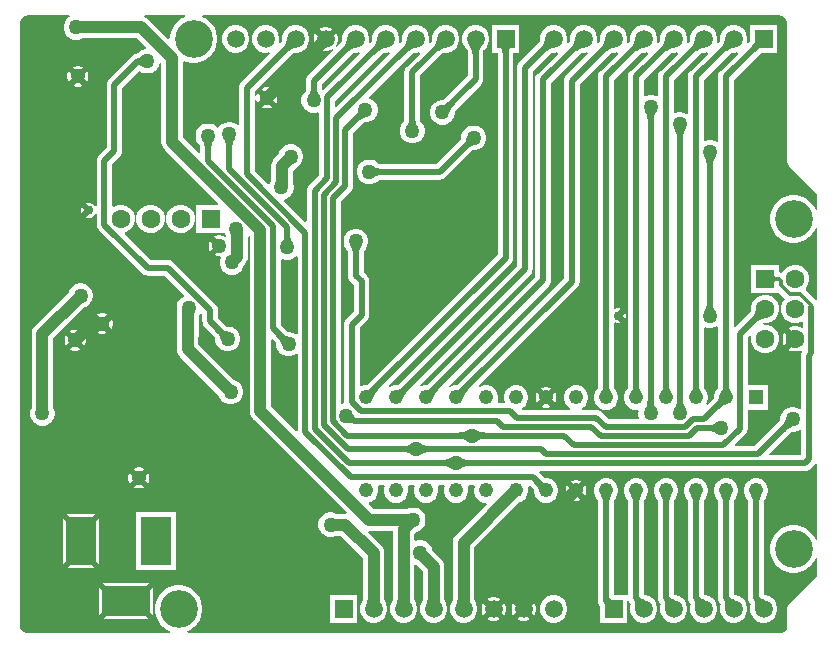
<source format=gbl>
G04*
G04 #@! TF.GenerationSoftware,Altium Limited,Altium Designer,21.3.2 (30)*
G04*
G04 Layer_Physical_Order=2*
G04 Layer_Color=16711680*
%FSLAX24Y24*%
%MOIN*%
G70*
G04*
G04 #@! TF.SameCoordinates,BD5A3C24-ECAA-4070-AF75-8328BFFE722F*
G04*
G04*
G04 #@! TF.FilePolarity,Positive*
G04*
G01*
G75*
%ADD14C,0.0200*%
%ADD43C,0.0489*%
%ADD44R,0.0489X0.0489*%
%ADD45R,0.0630X0.0630*%
%ADD46C,0.0630*%
%ADD47R,0.0598X0.0598*%
%ADD48C,0.0598*%
%ADD49R,0.0630X0.0630*%
%ADD50R,0.1000X0.1600*%
%ADD51R,0.1600X0.1000*%
%ADD52C,0.1260*%
%ADD53C,0.0400*%
%ADD54C,0.0120*%
%ADD55C,0.0500*%
%ADD56C,0.0300*%
G36*
X56762Y59336D02*
X56676Y59300D01*
X56546Y59214D01*
X56436Y59104D01*
X56350Y58974D01*
X56290Y58830D01*
X56260Y58678D01*
Y58619D01*
X56214Y58600D01*
X55569Y59245D01*
X55494Y59302D01*
X55406Y59339D01*
X55417Y59386D01*
X56752D01*
X56762Y59336D01*
D02*
G37*
G36*
X76035Y58302D02*
X76019Y58313D01*
X76001Y58319D01*
X75980D01*
X75956Y58313D01*
X75929Y58302D01*
X75899Y58285D01*
X75867Y58262D01*
X75831Y58234D01*
X75752Y58161D01*
X75611Y58302D01*
X75650Y58343D01*
X75712Y58417D01*
X75735Y58449D01*
X75752Y58479D01*
X75763Y58506D01*
X75769Y58530D01*
Y58551D01*
X75763Y58569D01*
X75752Y58585D01*
X76035Y58302D01*
D02*
G37*
G36*
X75189Y58110D02*
X74615Y57535D01*
X74573Y57481D01*
X74547Y57418D01*
X74538Y57350D01*
X74538Y57350D01*
Y55190D01*
X74488Y55162D01*
X74418Y55202D01*
X74314Y55230D01*
X74206D01*
X74112Y55205D01*
X74062Y55230D01*
Y57241D01*
X74968Y58147D01*
X74990Y58141D01*
X75110D01*
X75163Y58155D01*
X75189Y58110D01*
D02*
G37*
G36*
X74189D02*
X73615Y57535D01*
X73573Y57481D01*
X73547Y57418D01*
X73538Y57350D01*
X73538Y57350D01*
Y56107D01*
X73488Y56086D01*
X73408Y56132D01*
X73304Y56160D01*
X73196D01*
X73112Y56138D01*
X73062Y56168D01*
Y57241D01*
X73968Y58147D01*
X73990Y58141D01*
X74110D01*
X74163Y58155D01*
X74189Y58110D01*
D02*
G37*
G36*
X73189D02*
X72615Y57535D01*
X72573Y57481D01*
X72547Y57418D01*
X72538Y57350D01*
X72538Y57350D01*
Y56710D01*
X72494Y56685D01*
X72448Y56712D01*
X72344Y56740D01*
X72236D01*
X72132Y56712D01*
X72106Y56697D01*
X72062Y56722D01*
Y57241D01*
X72968Y58147D01*
X72990Y58141D01*
X73110D01*
X73163Y58155D01*
X73189Y58110D01*
D02*
G37*
G36*
X72189D02*
X71615Y57535D01*
X71573Y57481D01*
X71547Y57418D01*
X71538Y57350D01*
X71538Y57350D01*
Y46960D01*
X71476Y46898D01*
X71423Y46806D01*
X71395Y46703D01*
Y46597D01*
X71423Y46494D01*
X71476Y46402D01*
X71552Y46326D01*
X71644Y46273D01*
X71747Y46245D01*
X71844D01*
X71886Y46209D01*
X71875Y46169D01*
Y46061D01*
X71897Y45977D01*
X71867Y45927D01*
X70896D01*
X70658Y46165D01*
X70603Y46207D01*
X70540Y46233D01*
X70472Y46242D01*
X70472Y46242D01*
X70003D01*
X69990Y46292D01*
X70048Y46326D01*
X70124Y46402D01*
X70177Y46494D01*
X70205Y46597D01*
Y46703D01*
X70177Y46806D01*
X70124Y46898D01*
X70048Y46974D01*
X69956Y47027D01*
X69853Y47055D01*
X69747D01*
X69644Y47027D01*
X69552Y46974D01*
X69476Y46898D01*
X69423Y46806D01*
X69395Y46703D01*
Y46597D01*
X69423Y46494D01*
X69476Y46402D01*
X69552Y46326D01*
X69610Y46292D01*
X69597Y46242D01*
X68003D01*
X67990Y46292D01*
X68048Y46326D01*
X68124Y46402D01*
X68177Y46494D01*
X68205Y46597D01*
Y46703D01*
X68177Y46806D01*
X68124Y46898D01*
X68048Y46974D01*
X67956Y47027D01*
X67853Y47055D01*
X67747D01*
X67644Y47027D01*
X67552Y46974D01*
X67476Y46898D01*
X67423Y46806D01*
X67395Y46703D01*
Y46597D01*
X67418Y46512D01*
X67389Y46462D01*
X67211D01*
X67182Y46512D01*
X67205Y46597D01*
Y46703D01*
X67177Y46806D01*
X67124Y46898D01*
X67048Y46974D01*
X66956Y47027D01*
X66853Y47055D01*
X66747D01*
X66644Y47027D01*
X66584Y46993D01*
X66554Y47033D01*
X69842Y50321D01*
X69842Y50321D01*
X69884Y50376D01*
X69910Y50439D01*
X69919Y50507D01*
X69919Y50507D01*
Y57098D01*
X70968Y58147D01*
X70990Y58141D01*
X71110D01*
X71163Y58155D01*
X71189Y58110D01*
X70615Y57535D01*
X70573Y57481D01*
X70547Y57418D01*
X70538Y57350D01*
X70538Y57350D01*
Y46960D01*
X70476Y46898D01*
X70423Y46806D01*
X70395Y46703D01*
Y46597D01*
X70423Y46494D01*
X70476Y46402D01*
X70552Y46326D01*
X70644Y46273D01*
X70747Y46245D01*
X70853D01*
X70956Y46273D01*
X71048Y46326D01*
X71124Y46402D01*
X71177Y46494D01*
X71205Y46597D01*
Y46703D01*
X71177Y46806D01*
X71124Y46898D01*
X71062Y46960D01*
Y49116D01*
X71112Y49150D01*
X71160Y49130D01*
X71260D01*
X71301Y49147D01*
X71139Y49309D01*
X71210Y49380D01*
X71139Y49451D01*
X71301Y49613D01*
X71260Y49630D01*
X71160D01*
X71112Y49610D01*
X71062Y49644D01*
Y57241D01*
X71968Y58147D01*
X71990Y58141D01*
X72110D01*
X72163Y58155D01*
X72189Y58110D01*
D02*
G37*
G36*
X70189D02*
X69471Y57392D01*
X69430Y57338D01*
X69404Y57275D01*
X69395Y57207D01*
X69395Y57207D01*
Y50616D01*
X65834Y47055D01*
X65747D01*
X65644Y47027D01*
X65584Y46993D01*
X65554Y47033D01*
X68885Y50365D01*
X68885Y50365D01*
X68927Y50419D01*
X68953Y50482D01*
X68962Y50550D01*
X68962Y50550D01*
Y57141D01*
X69968Y58147D01*
X69990Y58141D01*
X70110D01*
X70163Y58155D01*
X70189Y58110D01*
D02*
G37*
G36*
X69189D02*
X68515Y57435D01*
X68473Y57381D01*
X68447Y57318D01*
X68438Y57250D01*
X68438Y57250D01*
Y50659D01*
X64834Y47055D01*
X64747D01*
X64644Y47027D01*
X64632Y47020D01*
X64601Y47060D01*
X68275Y50735D01*
X68275Y50735D01*
X68317Y50789D01*
X68343Y50852D01*
X68352Y50920D01*
X68352Y50920D01*
Y57531D01*
X68968Y58147D01*
X68990Y58141D01*
X69110D01*
X69163Y58155D01*
X69189Y58110D01*
D02*
G37*
G36*
X63589Y58110D02*
X61813Y56334D01*
X61767Y56353D01*
Y56546D01*
X63368Y58147D01*
X63390Y58141D01*
X63510D01*
X63563Y58155D01*
X63589Y58110D01*
D02*
G37*
G36*
X62589D02*
X61367Y56887D01*
X61316Y56908D01*
Y57096D01*
X62368Y58147D01*
X62390Y58141D01*
X62510D01*
X62563Y58155D01*
X62589Y58110D01*
D02*
G37*
G36*
X75047Y58301D02*
X75016Y58299D01*
X74984Y58294D01*
X74952Y58285D01*
X74919Y58272D01*
X74886Y58256D01*
X74852Y58236D01*
X74817Y58212D01*
X74782Y58184D01*
X74746Y58153D01*
X74710Y58118D01*
X74568Y58260D01*
X74603Y58296D01*
X74662Y58367D01*
X74686Y58402D01*
X74706Y58436D01*
X74722Y58469D01*
X74735Y58502D01*
X74744Y58534D01*
X74749Y58566D01*
X74751Y58597D01*
X75047Y58301D01*
D02*
G37*
G36*
X74047D02*
X74016Y58299D01*
X73984Y58294D01*
X73952Y58285D01*
X73919Y58272D01*
X73886Y58256D01*
X73852Y58236D01*
X73817Y58212D01*
X73782Y58184D01*
X73746Y58153D01*
X73710Y58118D01*
X73568Y58260D01*
X73603Y58296D01*
X73662Y58367D01*
X73686Y58402D01*
X73706Y58436D01*
X73722Y58469D01*
X73735Y58502D01*
X73744Y58534D01*
X73749Y58566D01*
X73751Y58597D01*
X74047Y58301D01*
D02*
G37*
G36*
X73047D02*
X73016Y58299D01*
X72984Y58294D01*
X72952Y58285D01*
X72919Y58272D01*
X72886Y58256D01*
X72852Y58236D01*
X72817Y58212D01*
X72782Y58184D01*
X72746Y58153D01*
X72710Y58118D01*
X72568Y58260D01*
X72603Y58296D01*
X72662Y58367D01*
X72686Y58402D01*
X72706Y58436D01*
X72722Y58469D01*
X72735Y58502D01*
X72744Y58534D01*
X72749Y58566D01*
X72751Y58597D01*
X73047Y58301D01*
D02*
G37*
G36*
X72047D02*
X72016Y58299D01*
X71984Y58294D01*
X71952Y58285D01*
X71919Y58272D01*
X71886Y58256D01*
X71852Y58236D01*
X71817Y58212D01*
X71782Y58184D01*
X71746Y58153D01*
X71710Y58118D01*
X71568Y58260D01*
X71603Y58296D01*
X71662Y58367D01*
X71686Y58402D01*
X71706Y58436D01*
X71722Y58469D01*
X71735Y58502D01*
X71744Y58534D01*
X71749Y58566D01*
X71751Y58597D01*
X72047Y58301D01*
D02*
G37*
G36*
X71047D02*
X71016Y58299D01*
X70984Y58294D01*
X70952Y58285D01*
X70919Y58272D01*
X70886Y58256D01*
X70852Y58236D01*
X70817Y58212D01*
X70782Y58184D01*
X70746Y58153D01*
X70710Y58118D01*
X70568Y58260D01*
X70603Y58296D01*
X70662Y58367D01*
X70686Y58402D01*
X70706Y58436D01*
X70722Y58469D01*
X70735Y58502D01*
X70744Y58534D01*
X70749Y58566D01*
X70751Y58597D01*
X71047Y58301D01*
D02*
G37*
G36*
X70047D02*
X70016Y58299D01*
X69984Y58294D01*
X69952Y58285D01*
X69919Y58272D01*
X69886Y58256D01*
X69852Y58236D01*
X69817Y58212D01*
X69782Y58184D01*
X69746Y58153D01*
X69710Y58118D01*
X69568Y58260D01*
X69603Y58296D01*
X69662Y58367D01*
X69686Y58402D01*
X69706Y58436D01*
X69722Y58469D01*
X69735Y58502D01*
X69744Y58534D01*
X69749Y58566D01*
X69751Y58597D01*
X70047Y58301D01*
D02*
G37*
G36*
X69047D02*
X69016Y58299D01*
X68984Y58294D01*
X68952Y58285D01*
X68919Y58272D01*
X68886Y58256D01*
X68852Y58236D01*
X68817Y58212D01*
X68782Y58184D01*
X68746Y58153D01*
X68710Y58118D01*
X68568Y58260D01*
X68603Y58296D01*
X68662Y58367D01*
X68686Y58402D01*
X68706Y58436D01*
X68722Y58469D01*
X68735Y58502D01*
X68744Y58534D01*
X68749Y58566D01*
X68751Y58597D01*
X69047Y58301D01*
D02*
G37*
G36*
X65447D02*
X65416Y58299D01*
X65384Y58294D01*
X65352Y58285D01*
X65319Y58272D01*
X65286Y58256D01*
X65252Y58236D01*
X65217Y58212D01*
X65182Y58184D01*
X65146Y58153D01*
X65110Y58118D01*
X64968Y58260D01*
X65003Y58296D01*
X65062Y58367D01*
X65086Y58402D01*
X65106Y58436D01*
X65122Y58469D01*
X65135Y58502D01*
X65144Y58534D01*
X65149Y58566D01*
X65151Y58597D01*
X65447Y58301D01*
D02*
G37*
G36*
X64447D02*
X64416Y58299D01*
X64384Y58294D01*
X64352Y58285D01*
X64319Y58272D01*
X64286Y58256D01*
X64252Y58236D01*
X64217Y58212D01*
X64182Y58184D01*
X64146Y58153D01*
X64110Y58118D01*
X63968Y58260D01*
X64003Y58296D01*
X64062Y58367D01*
X64086Y58402D01*
X64106Y58436D01*
X64122Y58469D01*
X64135Y58502D01*
X64144Y58534D01*
X64149Y58566D01*
X64151Y58597D01*
X64447Y58301D01*
D02*
G37*
G36*
X63447D02*
X63416Y58299D01*
X63384Y58294D01*
X63352Y58285D01*
X63319Y58272D01*
X63286Y58256D01*
X63252Y58236D01*
X63217Y58212D01*
X63182Y58184D01*
X63146Y58153D01*
X63110Y58118D01*
X62968Y58260D01*
X63003Y58296D01*
X63062Y58367D01*
X63086Y58402D01*
X63106Y58436D01*
X63122Y58469D01*
X63135Y58502D01*
X63144Y58534D01*
X63149Y58566D01*
X63151Y58597D01*
X63447Y58301D01*
D02*
G37*
G36*
X62447D02*
X62416Y58299D01*
X62384Y58294D01*
X62352Y58285D01*
X62319Y58272D01*
X62286Y58256D01*
X62252Y58236D01*
X62217Y58212D01*
X62182Y58184D01*
X62146Y58153D01*
X62110Y58118D01*
X61968Y58260D01*
X62003Y58296D01*
X62062Y58367D01*
X62086Y58402D01*
X62106Y58436D01*
X62122Y58469D01*
X62135Y58502D01*
X62144Y58534D01*
X62149Y58566D01*
X62151Y58597D01*
X62447Y58301D01*
D02*
G37*
G36*
X60447D02*
X60416Y58299D01*
X60384Y58294D01*
X60352Y58285D01*
X60319Y58272D01*
X60286Y58256D01*
X60252Y58236D01*
X60217Y58212D01*
X60182Y58184D01*
X60146Y58153D01*
X60110Y58118D01*
X59968Y58260D01*
X60003Y58296D01*
X60062Y58367D01*
X60086Y58402D01*
X60106Y58436D01*
X60122Y58469D01*
X60135Y58502D01*
X60144Y58534D01*
X60149Y58566D01*
X60151Y58597D01*
X60447Y58301D01*
D02*
G37*
G36*
X67631Y58300D02*
X67614Y58294D01*
X67599Y58284D01*
X67586Y58270D01*
X67575Y58252D01*
X67566Y58230D01*
X67559Y58204D01*
X67554Y58174D01*
X67551Y58140D01*
X67550Y58102D01*
X67350D01*
X67349Y58140D01*
X67346Y58174D01*
X67341Y58204D01*
X67334Y58230D01*
X67325Y58252D01*
X67314Y58270D01*
X67301Y58284D01*
X67286Y58294D01*
X67269Y58300D01*
X67250Y58302D01*
X67650D01*
X67631Y58300D01*
D02*
G37*
G36*
X55321Y57685D02*
X55307Y57699D01*
X55279Y57723D01*
X55265Y57733D01*
X55252Y57741D01*
X55239Y57748D01*
X55226Y57753D01*
X55214Y57757D01*
X55202Y57759D01*
X55190Y57760D01*
Y57960D01*
X55202Y57961D01*
X55214Y57963D01*
X55226Y57967D01*
X55239Y57972D01*
X55252Y57979D01*
X55265Y57987D01*
X55279Y57997D01*
X55293Y58008D01*
X55321Y58035D01*
Y57685D01*
D02*
G37*
G36*
X61155Y56990D02*
X61161Y56911D01*
X61166Y56876D01*
X61173Y56845D01*
X61181Y56816D01*
X61191Y56791D01*
X61202Y56768D01*
X61215Y56749D01*
X61229Y56733D01*
X60879D01*
X60894Y56749D01*
X60906Y56768D01*
X60918Y56791D01*
X60927Y56816D01*
X60936Y56845D01*
X60942Y56876D01*
X60948Y56911D01*
X60954Y56990D01*
X60954Y57033D01*
X61154D01*
X61155Y56990D01*
D02*
G37*
G36*
X72461Y56148D02*
X72447Y56132D01*
X72434Y56113D01*
X72422Y56091D01*
X72413Y56066D01*
X72404Y56037D01*
X72397Y56006D01*
X72392Y55971D01*
X72388Y55933D01*
X72385Y55849D01*
X72185Y55853D01*
X72184Y55897D01*
X72178Y55976D01*
X72173Y56010D01*
X72167Y56042D01*
X72159Y56071D01*
X72149Y56096D01*
X72138Y56119D01*
X72125Y56138D01*
X72111Y56155D01*
X72461Y56148D01*
D02*
G37*
G36*
X62778Y55980D02*
X62756Y55979D01*
X62733Y55974D01*
X62709Y55966D01*
X62685Y55955D01*
X62659Y55941D01*
X62631Y55923D01*
X62603Y55902D01*
X62543Y55851D01*
X62512Y55820D01*
X62370Y55962D01*
X62401Y55993D01*
X62452Y56053D01*
X62473Y56081D01*
X62491Y56109D01*
X62505Y56135D01*
X62516Y56159D01*
X62524Y56183D01*
X62529Y56206D01*
X62530Y56227D01*
X62778Y55980D01*
D02*
G37*
G36*
X64441Y55965D02*
X64447Y55887D01*
X64452Y55852D01*
X64459Y55820D01*
X64467Y55792D01*
X64477Y55766D01*
X64488Y55744D01*
X64501Y55725D01*
X64515Y55709D01*
X64165D01*
X64179Y55725D01*
X64192Y55744D01*
X64203Y55766D01*
X64213Y55792D01*
X64221Y55820D01*
X64228Y55852D01*
X64233Y55887D01*
X64239Y55965D01*
X64240Y56009D01*
X64440D01*
X64441Y55965D01*
D02*
G37*
G36*
X73422Y55565D02*
X73410Y55545D01*
X73399Y55522D01*
X73390Y55496D01*
X73383Y55467D01*
X73376Y55435D01*
X73371Y55401D01*
X73366Y55322D01*
X73365Y55278D01*
X73165Y55265D01*
X73164Y55309D01*
X73158Y55387D01*
X73152Y55422D01*
X73145Y55453D01*
X73137Y55481D01*
X73126Y55506D01*
X73114Y55527D01*
X73101Y55546D01*
X73086Y55561D01*
X73435Y55582D01*
X73422Y55565D01*
D02*
G37*
G36*
X58401Y55235D02*
X58388Y55216D01*
X58377Y55194D01*
X58367Y55168D01*
X58359Y55140D01*
X58352Y55108D01*
X58347Y55073D01*
X58341Y54995D01*
X58340Y54951D01*
X58140D01*
X58139Y54995D01*
X58133Y55073D01*
X58128Y55108D01*
X58121Y55140D01*
X58113Y55168D01*
X58103Y55194D01*
X58092Y55216D01*
X58079Y55235D01*
X58065Y55251D01*
X58415D01*
X58401Y55235D01*
D02*
G37*
G36*
X57690Y55174D02*
X57677Y55155D01*
X57666Y55132D01*
X57656Y55107D01*
X57648Y55078D01*
X57641Y55047D01*
X57636Y55012D01*
X57630Y54933D01*
X57629Y54890D01*
X57429D01*
X57428Y54933D01*
X57422Y55012D01*
X57417Y55047D01*
X57410Y55078D01*
X57402Y55107D01*
X57392Y55132D01*
X57381Y55155D01*
X57368Y55174D01*
X57354Y55190D01*
X57704D01*
X57690Y55174D01*
D02*
G37*
G36*
X74434Y54640D02*
X74419Y54624D01*
X74407Y54605D01*
X74395Y54583D01*
X74385Y54557D01*
X74377Y54529D01*
X74370Y54497D01*
X74365Y54463D01*
X74359Y54384D01*
X74358Y54340D01*
X74158Y54342D01*
X74158Y54385D01*
X74152Y54464D01*
X74146Y54499D01*
X74140Y54530D01*
X74131Y54559D01*
X74122Y54584D01*
X74111Y54607D01*
X74098Y54626D01*
X74084Y54643D01*
X74434Y54640D01*
D02*
G37*
G36*
X76624Y59378D02*
X76694Y59349D01*
X76753Y59303D01*
X76799Y59244D01*
X76828Y59174D01*
X76837Y59105D01*
X76836Y59100D01*
Y54500D01*
X76852Y54418D01*
X76899Y54349D01*
X77836Y53411D01*
Y52898D01*
X77786Y52888D01*
X77750Y52974D01*
X77664Y53104D01*
X77554Y53214D01*
X77424Y53300D01*
X77280Y53360D01*
X77128Y53390D01*
X76972D01*
X76820Y53360D01*
X76676Y53300D01*
X76546Y53214D01*
X76436Y53104D01*
X76350Y52974D01*
X76290Y52830D01*
X76260Y52678D01*
Y52522D01*
X76290Y52370D01*
X76350Y52226D01*
X76436Y52096D01*
X76546Y51986D01*
X76676Y51900D01*
X76820Y51840D01*
X76972Y51810D01*
X77128D01*
X77280Y51840D01*
X77424Y51900D01*
X77554Y51986D01*
X77664Y52096D01*
X77750Y52226D01*
X77786Y52312D01*
X77836Y52302D01*
Y49921D01*
X77786Y49903D01*
X77466Y50223D01*
X77466Y50294D01*
X77480Y50308D01*
X77543Y50417D01*
X77575Y50537D01*
Y50663D01*
X77543Y50783D01*
X77480Y50892D01*
X77392Y50980D01*
X77283Y51043D01*
X77163Y51075D01*
X77037D01*
X76917Y51043D01*
X76808Y50980D01*
X76720Y50892D01*
X76676Y50815D01*
X76641Y50807D01*
X76575Y50820D01*
Y51075D01*
X75625D01*
Y50125D01*
X76575D01*
X76575Y50125D01*
Y50125D01*
X76613Y50098D01*
X76770Y49941D01*
X76720Y49892D01*
X76657Y49783D01*
X76625Y49663D01*
Y49537D01*
X76657Y49417D01*
X76720Y49308D01*
X76808Y49220D01*
X76917Y49157D01*
X77037Y49125D01*
X77163D01*
X77283Y49157D01*
X77334Y49187D01*
X77378Y49162D01*
Y48977D01*
X77328Y48948D01*
X77260Y48987D01*
X77155Y49015D01*
X77045D01*
X76940Y48987D01*
X76886Y48956D01*
X77171Y48671D01*
X77100Y48600D01*
X77171Y48529D01*
X76886Y48244D01*
X76940Y48213D01*
X77045Y48185D01*
X77155D01*
X77260Y48213D01*
X77287Y48229D01*
X77343Y48203D01*
X77347Y48184D01*
X77333Y48166D01*
X77307Y48103D01*
X77298Y48035D01*
X77298Y48035D01*
Y46290D01*
X77248Y46262D01*
X77178Y46302D01*
X77074Y46330D01*
X76966D01*
X76862Y46302D01*
X76768Y46248D01*
X76692Y46172D01*
X76638Y46078D01*
X76610Y45974D01*
Y45881D01*
X75756Y45027D01*
X75110D01*
X75091Y45073D01*
X75445Y45428D01*
X75445Y45428D01*
X75487Y45482D01*
X75513Y45546D01*
X75522Y45614D01*
X75522Y45614D01*
Y46245D01*
X76205D01*
Y47055D01*
X75522D01*
Y48651D01*
X75588Y48717D01*
X75633Y48691D01*
X75625Y48663D01*
Y48537D01*
X75657Y48417D01*
X75720Y48308D01*
X75808Y48220D01*
X75917Y48157D01*
X76037Y48125D01*
X76163D01*
X76283Y48157D01*
X76392Y48220D01*
X76480Y48308D01*
X76543Y48417D01*
X76575Y48537D01*
Y48663D01*
X76543Y48783D01*
X76480Y48892D01*
X76392Y48980D01*
X76283Y49043D01*
X76163Y49075D01*
X76056D01*
X76030Y49118D01*
X76030Y49123D01*
X76033Y49126D01*
X76037Y49125D01*
X76163D01*
X76283Y49157D01*
X76392Y49220D01*
X76480Y49308D01*
X76543Y49417D01*
X76575Y49537D01*
Y49663D01*
X76543Y49783D01*
X76480Y49892D01*
X76392Y49980D01*
X76283Y50043D01*
X76163Y50075D01*
X76037D01*
X75917Y50043D01*
X75808Y49980D01*
X75720Y49892D01*
X75657Y49783D01*
X75625Y49663D01*
Y49537D01*
X75634Y49505D01*
X75112Y48983D01*
X75062Y49004D01*
Y57241D01*
X75962Y58141D01*
X76509D01*
Y59059D01*
X75591D01*
Y58512D01*
X75540Y58461D01*
X75495Y58487D01*
X75509Y58540D01*
Y58660D01*
X75478Y58777D01*
X75417Y58882D01*
X75332Y58967D01*
X75227Y59028D01*
X75110Y59059D01*
X74990D01*
X74873Y59028D01*
X74768Y58967D01*
X74683Y58882D01*
X74622Y58777D01*
X74591Y58660D01*
Y58540D01*
X74597Y58518D01*
X74540Y58461D01*
X74495Y58487D01*
X74509Y58540D01*
Y58660D01*
X74478Y58777D01*
X74417Y58882D01*
X74332Y58967D01*
X74227Y59028D01*
X74110Y59059D01*
X73990D01*
X73873Y59028D01*
X73768Y58967D01*
X73683Y58882D01*
X73622Y58777D01*
X73591Y58660D01*
Y58540D01*
X73597Y58518D01*
X73540Y58461D01*
X73495Y58487D01*
X73509Y58540D01*
Y58660D01*
X73478Y58777D01*
X73417Y58882D01*
X73332Y58967D01*
X73227Y59028D01*
X73110Y59059D01*
X72990D01*
X72873Y59028D01*
X72768Y58967D01*
X72683Y58882D01*
X72622Y58777D01*
X72591Y58660D01*
Y58540D01*
X72597Y58518D01*
X72540Y58461D01*
X72495Y58487D01*
X72509Y58540D01*
Y58660D01*
X72478Y58777D01*
X72417Y58882D01*
X72332Y58967D01*
X72227Y59028D01*
X72110Y59059D01*
X71990D01*
X71873Y59028D01*
X71768Y58967D01*
X71683Y58882D01*
X71622Y58777D01*
X71591Y58660D01*
Y58540D01*
X71597Y58518D01*
X71540Y58461D01*
X71495Y58487D01*
X71509Y58540D01*
Y58660D01*
X71478Y58777D01*
X71417Y58882D01*
X71332Y58967D01*
X71227Y59028D01*
X71110Y59059D01*
X70990D01*
X70873Y59028D01*
X70768Y58967D01*
X70683Y58882D01*
X70622Y58777D01*
X70591Y58660D01*
Y58540D01*
X70597Y58518D01*
X70540Y58461D01*
X70495Y58487D01*
X70509Y58540D01*
Y58660D01*
X70478Y58777D01*
X70417Y58882D01*
X70332Y58967D01*
X70227Y59028D01*
X70110Y59059D01*
X69990D01*
X69873Y59028D01*
X69768Y58967D01*
X69683Y58882D01*
X69622Y58777D01*
X69591Y58660D01*
Y58540D01*
X69597Y58518D01*
X69540Y58461D01*
X69495Y58487D01*
X69509Y58540D01*
Y58660D01*
X69478Y58777D01*
X69417Y58882D01*
X69332Y58967D01*
X69227Y59028D01*
X69110Y59059D01*
X68990D01*
X68873Y59028D01*
X68768Y58967D01*
X68683Y58882D01*
X68622Y58777D01*
X68591Y58660D01*
Y58540D01*
X68597Y58518D01*
X67905Y57825D01*
X67863Y57771D01*
X67837Y57708D01*
X67828Y57640D01*
X67828Y57640D01*
Y51029D01*
X63854Y47055D01*
X63853Y47055D01*
X63747D01*
X63644Y47027D01*
X63584Y46993D01*
X63554Y47033D01*
X67635Y51115D01*
X67635Y51115D01*
X67677Y51169D01*
X67703Y51232D01*
X67712Y51300D01*
X67712Y51300D01*
Y58141D01*
X67909D01*
Y59059D01*
X66991D01*
Y58141D01*
X67188D01*
Y51409D01*
X62834Y47055D01*
X62747D01*
X62644Y47027D01*
X62626Y47017D01*
X62582Y47042D01*
Y48966D01*
X62835Y49220D01*
X62835Y49220D01*
X62877Y49274D01*
X62903Y49337D01*
X62912Y49405D01*
Y50517D01*
X62912Y50517D01*
X62903Y50585D01*
X62877Y50648D01*
X62835Y50702D01*
X62835Y50702D01*
X62722Y50816D01*
Y51542D01*
X62788Y51608D01*
X62842Y51702D01*
X62870Y51806D01*
Y51914D01*
X62842Y52018D01*
X62788Y52112D01*
X62712Y52188D01*
X62618Y52242D01*
X62514Y52270D01*
X62406D01*
X62302Y52242D01*
X62208Y52188D01*
X62132Y52112D01*
X62078Y52018D01*
X62050Y51914D01*
Y51806D01*
X62078Y51702D01*
X62132Y51608D01*
X62198Y51542D01*
Y50707D01*
X62198Y50707D01*
X62207Y50639D01*
X62233Y50576D01*
X62275Y50521D01*
X62388Y50408D01*
Y49514D01*
X62135Y49260D01*
X62093Y49206D01*
X62067Y49143D01*
X62058Y49075D01*
X62058Y49075D01*
Y46501D01*
X62058Y46501D01*
X62064Y46452D01*
X62000Y46435D01*
X61950Y46465D01*
Y53174D01*
X62290Y53515D01*
X62290Y53515D01*
X62331Y53569D01*
X62358Y53632D01*
X62366Y53700D01*
X62366Y53700D01*
Y55446D01*
X62741Y55820D01*
X62834D01*
X62938Y55848D01*
X63032Y55902D01*
X63108Y55978D01*
X63162Y56072D01*
X63190Y56176D01*
Y56284D01*
X63162Y56388D01*
X63108Y56482D01*
X63032Y56558D01*
X62938Y56612D01*
X62903Y56621D01*
X62891Y56670D01*
X64368Y58147D01*
X64390Y58141D01*
X64510D01*
X64563Y58155D01*
X64589Y58110D01*
X64155Y57675D01*
X64113Y57621D01*
X64087Y57558D01*
X64078Y57490D01*
X64078Y57490D01*
Y55848D01*
X64012Y55782D01*
X63958Y55688D01*
X63930Y55584D01*
Y55476D01*
X63958Y55372D01*
X64012Y55278D01*
X64088Y55202D01*
X64182Y55148D01*
X64286Y55120D01*
X64394D01*
X64498Y55148D01*
X64592Y55202D01*
X64668Y55278D01*
X64722Y55372D01*
X64750Y55476D01*
Y55584D01*
X64722Y55688D01*
X64668Y55782D01*
X64602Y55848D01*
Y57381D01*
X65368Y58147D01*
X65390Y58141D01*
X65510D01*
X65627Y58172D01*
X65732Y58233D01*
X65817Y58318D01*
X65878Y58423D01*
X65909Y58540D01*
Y58660D01*
X65878Y58777D01*
X65817Y58882D01*
X65732Y58967D01*
X65627Y59028D01*
X65510Y59059D01*
X65390D01*
X65273Y59028D01*
X65168Y58967D01*
X65083Y58882D01*
X65022Y58777D01*
X64991Y58660D01*
Y58540D01*
X64997Y58518D01*
X64940Y58461D01*
X64895Y58487D01*
X64909Y58540D01*
Y58660D01*
X64878Y58777D01*
X64817Y58882D01*
X64732Y58967D01*
X64627Y59028D01*
X64510Y59059D01*
X64390D01*
X64273Y59028D01*
X64168Y58967D01*
X64083Y58882D01*
X64022Y58777D01*
X63991Y58660D01*
Y58540D01*
X63997Y58518D01*
X63940Y58461D01*
X63895Y58487D01*
X63909Y58540D01*
Y58660D01*
X63878Y58777D01*
X63817Y58882D01*
X63732Y58967D01*
X63627Y59028D01*
X63510Y59059D01*
X63390D01*
X63273Y59028D01*
X63168Y58967D01*
X63083Y58882D01*
X63022Y58777D01*
X62991Y58660D01*
Y58540D01*
X62997Y58518D01*
X62940Y58461D01*
X62895Y58487D01*
X62909Y58540D01*
Y58660D01*
X62878Y58777D01*
X62817Y58882D01*
X62732Y58967D01*
X62627Y59028D01*
X62510Y59059D01*
X62390D01*
X62273Y59028D01*
X62168Y58967D01*
X62083Y58882D01*
X62022Y58777D01*
X61991Y58660D01*
Y58540D01*
X61997Y58518D01*
X61818Y58339D01*
X61778Y58369D01*
X61822Y58446D01*
X61849Y58547D01*
Y58653D01*
X61822Y58754D01*
X61794Y58803D01*
X61521Y58529D01*
X61370Y58378D01*
X61447Y58301D01*
X61442Y58299D01*
X61434Y58292D01*
X61421Y58282D01*
X61349Y58214D01*
X61397Y58201D01*
X61503D01*
X61604Y58228D01*
X61681Y58272D01*
X61711Y58232D01*
X60869Y57390D01*
X60827Y57335D01*
X60801Y57272D01*
X60792Y57204D01*
X60792Y57204D01*
Y56872D01*
X60726Y56806D01*
X60672Y56713D01*
X60644Y56608D01*
Y56500D01*
X60672Y56396D01*
X60726Y56303D01*
X60803Y56226D01*
X60896Y56172D01*
X61000Y56144D01*
X61108D01*
X61192Y56167D01*
X61242Y56137D01*
Y54057D01*
X60902Y53717D01*
X60860Y53663D01*
X60834Y53599D01*
X60825Y53532D01*
X60825Y53532D01*
Y52527D01*
X60779Y52508D01*
X60080Y53207D01*
X60093Y53256D01*
X60138Y53268D01*
X60232Y53322D01*
X60308Y53398D01*
X60362Y53492D01*
X60390Y53596D01*
Y53704D01*
X60362Y53808D01*
Y54212D01*
X60449Y54298D01*
X60542Y54352D01*
X60618Y54428D01*
X60672Y54522D01*
X60700Y54626D01*
Y54734D01*
X60672Y54838D01*
X60618Y54932D01*
X60542Y55008D01*
X60448Y55062D01*
X60344Y55090D01*
X60236D01*
X60132Y55062D01*
X60038Y55008D01*
X59962Y54932D01*
X59908Y54838D01*
X59888Y54765D01*
X59742Y54619D01*
X59685Y54544D01*
X59648Y54456D01*
X59636Y54362D01*
Y53874D01*
X59598Y53808D01*
X59586Y53763D01*
X59537Y53750D01*
X59092Y54195D01*
Y56573D01*
X59142Y56579D01*
X59163Y56504D01*
X59181Y56472D01*
X59347Y56639D01*
X59181Y56805D01*
X59163Y56774D01*
X59142Y56698D01*
X59092Y56705D01*
Y56871D01*
X60368Y58147D01*
X60390Y58141D01*
X60510D01*
X60627Y58172D01*
X60732Y58233D01*
X60817Y58318D01*
X60878Y58423D01*
X60909Y58540D01*
Y58660D01*
X60878Y58777D01*
X60817Y58882D01*
X60732Y58967D01*
X60627Y59028D01*
X60510Y59059D01*
X60390D01*
X60273Y59028D01*
X60168Y58967D01*
X60083Y58882D01*
X60022Y58777D01*
X59991Y58660D01*
Y58540D01*
X59997Y58518D01*
X59940Y58461D01*
X59895Y58487D01*
X59909Y58540D01*
Y58660D01*
X59878Y58777D01*
X59817Y58882D01*
X59732Y58967D01*
X59627Y59028D01*
X59510Y59059D01*
X59390D01*
X59273Y59028D01*
X59168Y58967D01*
X59083Y58882D01*
X59022Y58777D01*
X58991Y58660D01*
Y58540D01*
X59022Y58423D01*
X59083Y58318D01*
X59168Y58233D01*
X59273Y58172D01*
X59390Y58141D01*
X59510D01*
X59563Y58155D01*
X59589Y58110D01*
X58645Y57165D01*
X58603Y57111D01*
X58577Y57048D01*
X58568Y56980D01*
X58568Y56980D01*
Y55747D01*
X58522Y55728D01*
X58492Y55758D01*
X58398Y55812D01*
X58294Y55840D01*
X58186D01*
X58082Y55812D01*
X57988Y55758D01*
X57912Y55682D01*
X57894Y55651D01*
X57833Y55645D01*
X57781Y55697D01*
X57687Y55751D01*
X57583Y55779D01*
X57475D01*
X57371Y55751D01*
X57277Y55697D01*
X57201Y55620D01*
X57147Y55527D01*
X57119Y55423D01*
Y55315D01*
X57147Y55210D01*
X57201Y55117D01*
X57267Y55051D01*
Y54814D01*
X57221Y54795D01*
X56703Y55313D01*
Y57844D01*
X56745Y57871D01*
X56820Y57840D01*
X56972Y57810D01*
X57128D01*
X57280Y57840D01*
X57424Y57900D01*
X57554Y57986D01*
X57664Y58096D01*
X57750Y58226D01*
X57810Y58370D01*
X57840Y58522D01*
Y58678D01*
X57810Y58830D01*
X57750Y58974D01*
X57664Y59104D01*
X57554Y59214D01*
X57424Y59300D01*
X57338Y59336D01*
X57348Y59386D01*
X76550D01*
X76555Y59387D01*
X76624Y59378D01*
D02*
G37*
G36*
X51550Y59386D02*
X52901D01*
X52915Y59336D01*
X52880Y59316D01*
X52804Y59240D01*
X52750Y59146D01*
X52722Y59042D01*
Y58934D01*
X52750Y58830D01*
X52804Y58736D01*
X52880Y58660D01*
X52974Y58606D01*
X53078Y58578D01*
X53186D01*
X53290Y58606D01*
X53323Y58625D01*
X55162D01*
X55470Y58316D01*
X55451Y58270D01*
X55446D01*
X55342Y58242D01*
X55248Y58188D01*
X55181Y58121D01*
X55122Y58113D01*
X55059Y58087D01*
X55005Y58045D01*
X55005Y58045D01*
X54225Y57265D01*
X54183Y57211D01*
X54157Y57148D01*
X54148Y57080D01*
X54148Y57080D01*
Y54974D01*
X53895Y54721D01*
X53853Y54666D01*
X53827Y54603D01*
X53818Y54535D01*
X53818Y54535D01*
Y53028D01*
X53768Y53018D01*
X53762Y53032D01*
X53692Y53102D01*
X53600Y53140D01*
X53500D01*
X53459Y53123D01*
X53621Y52961D01*
X53550Y52890D01*
X53621Y52819D01*
X53459Y52657D01*
X53500Y52640D01*
X53600D01*
X53692Y52678D01*
X53762Y52748D01*
X53768Y52762D01*
X53818Y52752D01*
Y52412D01*
X53818Y52412D01*
X53827Y52344D01*
X53853Y52281D01*
X53895Y52226D01*
X55337Y50784D01*
X55337Y50784D01*
X55391Y50742D01*
X55454Y50716D01*
X55522Y50707D01*
X56080D01*
X56729Y50057D01*
X56715Y50001D01*
X56640Y49957D01*
X56564Y49881D01*
X56510Y49788D01*
X56482Y49683D01*
Y49575D01*
X56510Y49472D01*
Y48880D01*
X56499Y48854D01*
X56487Y48760D01*
Y48270D01*
X56499Y48176D01*
X56536Y48088D01*
X56593Y48013D01*
X57898Y46708D01*
X57908Y46672D01*
X57962Y46578D01*
X58038Y46502D01*
X58132Y46448D01*
X58236Y46420D01*
X58344D01*
X58448Y46448D01*
X58542Y46502D01*
X58618Y46578D01*
X58672Y46672D01*
X58700Y46776D01*
Y46884D01*
X58672Y46988D01*
X58618Y47082D01*
X58542Y47158D01*
X58448Y47212D01*
X58412Y47222D01*
X57213Y48420D01*
Y48664D01*
X57224Y48689D01*
X57236Y48783D01*
Y49405D01*
X57258Y49444D01*
X57310Y49454D01*
X57343Y49426D01*
Y49184D01*
X57343Y49184D01*
X57352Y49117D01*
X57378Y49053D01*
X57420Y48999D01*
X57780Y48639D01*
Y48546D01*
X57808Y48442D01*
X57862Y48348D01*
X57938Y48272D01*
X58032Y48218D01*
X58136Y48190D01*
X58244D01*
X58348Y48218D01*
X58442Y48272D01*
X58518Y48348D01*
X58572Y48442D01*
X58600Y48546D01*
Y48654D01*
X58572Y48758D01*
X58518Y48852D01*
X58442Y48928D01*
X58348Y48982D01*
X58244Y49010D01*
X58151D01*
X57868Y49293D01*
Y49552D01*
X57859Y49620D01*
X57833Y49683D01*
X57791Y49738D01*
X57791Y49738D01*
X56374Y51155D01*
X56319Y51197D01*
X56256Y51223D01*
X56188Y51232D01*
X56188Y51232D01*
X55631D01*
X54761Y52101D01*
X54774Y52150D01*
X54803Y52157D01*
X54912Y52220D01*
X55000Y52308D01*
X55063Y52417D01*
X55095Y52537D01*
Y52663D01*
X55063Y52783D01*
X55000Y52892D01*
X54912Y52980D01*
X54803Y53043D01*
X54683Y53075D01*
X54557D01*
X54437Y53043D01*
X54386Y53013D01*
X54342Y53038D01*
Y54427D01*
X54595Y54680D01*
X54595Y54680D01*
X54637Y54734D01*
X54663Y54797D01*
X54672Y54865D01*
Y56971D01*
X55241Y57540D01*
X55248Y57532D01*
X55342Y57478D01*
X55446Y57450D01*
X55554D01*
X55658Y57478D01*
X55752Y57532D01*
X55828Y57608D01*
X55882Y57702D01*
X55903Y57779D01*
X55957Y57800D01*
X55958Y57800D01*
X55977Y57786D01*
Y55162D01*
X55989Y55068D01*
X56026Y54981D01*
X56083Y54905D01*
X57867Y53121D01*
X57848Y53075D01*
X57145D01*
Y52125D01*
X58083D01*
X58092Y52092D01*
X58119Y52045D01*
X58082Y52009D01*
X58035Y52036D01*
X57946Y52060D01*
X57854D01*
X57765Y52036D01*
X57733Y52018D01*
X57971Y51781D01*
X57900Y51710D01*
X57971Y51639D01*
X57733Y51402D01*
X57765Y51384D01*
X57854Y51360D01*
X57920D01*
X57950Y51312D01*
X57948Y51308D01*
X57920Y51204D01*
Y51096D01*
X57948Y50992D01*
X58002Y50898D01*
X58078Y50822D01*
X58172Y50768D01*
X58276Y50740D01*
X58384D01*
X58488Y50768D01*
X58582Y50822D01*
X58658Y50898D01*
X58712Y50992D01*
X58732Y51065D01*
X58757Y51090D01*
X58757Y51090D01*
X58814Y51166D01*
X58851Y51253D01*
X58863Y51347D01*
Y51999D01*
X58913Y52025D01*
X58917Y52023D01*
Y46200D01*
X58929Y46106D01*
X58966Y46018D01*
X59023Y45943D01*
X62149Y42817D01*
X62126Y42770D01*
X62100Y42773D01*
X61811D01*
X61778Y42792D01*
X61674Y42820D01*
X61566D01*
X61462Y42792D01*
X61368Y42738D01*
X61292Y42662D01*
X61238Y42568D01*
X61210Y42464D01*
Y42356D01*
X61238Y42252D01*
X61292Y42158D01*
X61368Y42082D01*
X61462Y42028D01*
X61566Y42000D01*
X61674D01*
X61778Y42028D01*
X61811Y42047D01*
X61950D01*
X62687Y41310D01*
Y39886D01*
X62683Y39882D01*
X62622Y39777D01*
X62591Y39660D01*
Y39540D01*
X62622Y39423D01*
X62683Y39318D01*
X62768Y39233D01*
X62873Y39172D01*
X62990Y39141D01*
X63110D01*
X63227Y39172D01*
X63332Y39233D01*
X63417Y39318D01*
X63478Y39423D01*
X63509Y39540D01*
Y39660D01*
X63478Y39777D01*
X63417Y39882D01*
X63413Y39886D01*
Y41460D01*
X63401Y41554D01*
X63364Y41642D01*
X63307Y41717D01*
X62861Y42163D01*
X62884Y42210D01*
X62910Y42207D01*
X63687D01*
Y39886D01*
X63683Y39882D01*
X63622Y39777D01*
X63591Y39660D01*
Y39540D01*
X63622Y39423D01*
X63683Y39318D01*
X63768Y39233D01*
X63873Y39172D01*
X63990Y39141D01*
X64110D01*
X64227Y39172D01*
X64332Y39233D01*
X64417Y39318D01*
X64478Y39423D01*
X64509Y39540D01*
Y39660D01*
X64478Y39777D01*
X64417Y39882D01*
X64413Y39886D01*
Y41056D01*
X64463Y41076D01*
X64687Y40853D01*
Y39886D01*
X64683Y39882D01*
X64622Y39777D01*
X64591Y39660D01*
Y39540D01*
X64622Y39423D01*
X64683Y39318D01*
X64768Y39233D01*
X64873Y39172D01*
X64990Y39141D01*
X65110D01*
X65227Y39172D01*
X65332Y39233D01*
X65417Y39318D01*
X65478Y39423D01*
X65509Y39540D01*
Y39660D01*
X65478Y39777D01*
X65417Y39882D01*
X65413Y39886D01*
Y41003D01*
X65401Y41097D01*
X65364Y41184D01*
X65307Y41260D01*
X65002Y41565D01*
X64982Y41638D01*
X64928Y41732D01*
X64852Y41808D01*
X64758Y41862D01*
X64654Y41890D01*
X64546D01*
X64463Y41868D01*
X64413Y41898D01*
Y42100D01*
X64492Y42178D01*
X64528Y42188D01*
X64622Y42242D01*
X64698Y42318D01*
X64752Y42412D01*
X64780Y42516D01*
Y42624D01*
X64752Y42728D01*
X64698Y42822D01*
X64622Y42898D01*
X64528Y42952D01*
X64424Y42980D01*
X64316D01*
X64212Y42952D01*
X64179Y42933D01*
X63060D01*
X62890Y43103D01*
X62905Y43159D01*
X62956Y43173D01*
X63048Y43226D01*
X63124Y43302D01*
X63177Y43394D01*
X63205Y43497D01*
Y43603D01*
X63183Y43682D01*
X63215Y43732D01*
X63385D01*
X63417Y43682D01*
X63395Y43603D01*
Y43497D01*
X63423Y43394D01*
X63476Y43302D01*
X63552Y43226D01*
X63644Y43173D01*
X63747Y43145D01*
X63853D01*
X63956Y43173D01*
X64048Y43226D01*
X64124Y43302D01*
X64177Y43394D01*
X64205Y43497D01*
Y43603D01*
X64183Y43682D01*
X64215Y43732D01*
X64385D01*
X64417Y43682D01*
X64395Y43603D01*
Y43497D01*
X64423Y43394D01*
X64476Y43302D01*
X64552Y43226D01*
X64644Y43173D01*
X64747Y43145D01*
X64853D01*
X64956Y43173D01*
X65048Y43226D01*
X65124Y43302D01*
X65177Y43394D01*
X65205Y43497D01*
Y43603D01*
X65183Y43682D01*
X65215Y43732D01*
X65385D01*
X65417Y43682D01*
X65395Y43603D01*
Y43497D01*
X65423Y43394D01*
X65476Y43302D01*
X65552Y43226D01*
X65644Y43173D01*
X65747Y43145D01*
X65853D01*
X65956Y43173D01*
X66048Y43226D01*
X66124Y43302D01*
X66177Y43394D01*
X66205Y43497D01*
Y43603D01*
X66185Y43678D01*
X66219Y43728D01*
X66381D01*
X66415Y43678D01*
X66395Y43603D01*
Y43497D01*
X66423Y43394D01*
X66476Y43302D01*
X66552Y43226D01*
X66644Y43173D01*
X66747Y43145D01*
X66811D01*
X66832Y43095D01*
X65793Y42057D01*
X65736Y41982D01*
X65699Y41894D01*
X65687Y41800D01*
Y39886D01*
X65683Y39882D01*
X65622Y39777D01*
X65591Y39660D01*
Y39540D01*
X65622Y39423D01*
X65683Y39318D01*
X65768Y39233D01*
X65873Y39172D01*
X65990Y39141D01*
X66110D01*
X66227Y39172D01*
X66332Y39233D01*
X66417Y39318D01*
X66478Y39423D01*
X66509Y39540D01*
Y39660D01*
X66478Y39777D01*
X66417Y39882D01*
X66413Y39886D01*
Y41650D01*
X67929Y43166D01*
X67956Y43173D01*
X68048Y43226D01*
X68124Y43302D01*
X68177Y43394D01*
X68205Y43497D01*
Y43603D01*
X68187Y43670D01*
X68216Y43712D01*
X68263Y43716D01*
X68395Y43584D01*
Y43497D01*
X68423Y43394D01*
X68476Y43302D01*
X68552Y43226D01*
X68644Y43173D01*
X68747Y43145D01*
X68853D01*
X68956Y43173D01*
X69048Y43226D01*
X69124Y43302D01*
X69177Y43394D01*
X69205Y43497D01*
Y43603D01*
X69177Y43706D01*
X69124Y43798D01*
X69048Y43874D01*
X68956Y43927D01*
X68853Y43955D01*
X68766D01*
X68568Y44153D01*
X68589Y44203D01*
X77438D01*
X77438Y44203D01*
X77506Y44212D01*
X77569Y44238D01*
X77623Y44280D01*
X77745Y44402D01*
X77745Y44402D01*
X77786Y44454D01*
X77791Y44455D01*
X77836Y44443D01*
Y41898D01*
X77786Y41888D01*
X77750Y41974D01*
X77664Y42104D01*
X77554Y42214D01*
X77424Y42300D01*
X77280Y42360D01*
X77128Y42390D01*
X76972D01*
X76820Y42360D01*
X76676Y42300D01*
X76546Y42214D01*
X76436Y42104D01*
X76350Y41974D01*
X76290Y41830D01*
X76260Y41678D01*
Y41522D01*
X76290Y41370D01*
X76350Y41226D01*
X76436Y41096D01*
X76546Y40986D01*
X76676Y40900D01*
X76820Y40840D01*
X76972Y40810D01*
X77128D01*
X77280Y40840D01*
X77424Y40900D01*
X77554Y40986D01*
X77664Y41096D01*
X77750Y41226D01*
X77786Y41312D01*
X77836Y41302D01*
Y40689D01*
X76899Y39751D01*
X76852Y39682D01*
X76836Y39600D01*
Y38980D01*
X76837Y38974D01*
X76825Y38916D01*
X76789Y38861D01*
X76734Y38825D01*
X76676Y38813D01*
X76670Y38814D01*
X56848D01*
X56838Y38864D01*
X56924Y38900D01*
X57054Y38986D01*
X57164Y39096D01*
X57250Y39226D01*
X57310Y39370D01*
X57340Y39522D01*
Y39678D01*
X57310Y39830D01*
X57250Y39974D01*
X57164Y40104D01*
X57054Y40214D01*
X56924Y40300D01*
X56780Y40360D01*
X56628Y40390D01*
X56472D01*
X56320Y40360D01*
X56176Y40300D01*
X56046Y40214D01*
X55936Y40104D01*
X55850Y39974D01*
X55790Y39830D01*
X55760Y39678D01*
Y39522D01*
X55790Y39370D01*
X55850Y39226D01*
X55936Y39096D01*
X56046Y38986D01*
X56176Y38900D01*
X56262Y38864D01*
X56252Y38814D01*
X51500D01*
X51491Y38812D01*
X51408Y38829D01*
X51331Y38881D01*
X51279Y38958D01*
X51262Y39041D01*
X51264Y39050D01*
Y59100D01*
X51263Y59105D01*
X51272Y59174D01*
X51301Y59244D01*
X51347Y59303D01*
X51406Y59349D01*
X51476Y59378D01*
X51545Y59387D01*
X51550Y59386D01*
D02*
G37*
G36*
X60271Y52085D02*
X60277Y52007D01*
X60282Y51972D01*
X60289Y51940D01*
X60297Y51912D01*
X60307Y51886D01*
X60318Y51864D01*
X60331Y51845D01*
X60345Y51829D01*
X59995D01*
X60009Y51845D01*
X60022Y51864D01*
X60033Y51886D01*
X60043Y51912D01*
X60051Y51940D01*
X60058Y51972D01*
X60063Y52007D01*
X60069Y52085D01*
X60070Y52129D01*
X60270D01*
X60271Y52085D01*
D02*
G37*
G36*
X62621Y51665D02*
X62608Y51646D01*
X62597Y51624D01*
X62587Y51598D01*
X62579Y51570D01*
X62572Y51538D01*
X62567Y51503D01*
X62561Y51425D01*
X62560Y51381D01*
X62360D01*
X62359Y51425D01*
X62353Y51503D01*
X62348Y51538D01*
X62341Y51570D01*
X62333Y51598D01*
X62323Y51624D01*
X62312Y51646D01*
X62299Y51665D01*
X62285Y51681D01*
X62635D01*
X62621Y51665D01*
D02*
G37*
G36*
X60518Y51347D02*
Y48777D01*
X60496Y48768D01*
X60468Y48760D01*
X60378Y48812D01*
X60274Y48840D01*
X60181D01*
X59962Y49059D01*
Y51247D01*
X60006Y51272D01*
X60012Y51268D01*
X60116Y51240D01*
X60224D01*
X60328Y51268D01*
X60422Y51322D01*
X60468Y51368D01*
X60518Y51347D01*
D02*
G37*
G36*
X76414Y50709D02*
X76417Y50698D01*
X76423Y50689D01*
X76432Y50682D01*
X76443Y50675D01*
X76456Y50670D01*
X76472Y50665D01*
X76490Y50662D01*
X76511Y50661D01*
X76534Y50660D01*
Y50540D01*
X76511Y50539D01*
X76490Y50538D01*
X76472Y50535D01*
X76456Y50530D01*
X76443Y50525D01*
X76432Y50518D01*
X76423Y50511D01*
X76417Y50502D01*
X76414Y50491D01*
X76413Y50480D01*
Y50720D01*
X76414Y50709D01*
D02*
G37*
G36*
X74358Y49850D02*
X74359Y49806D01*
X74365Y49727D01*
X74370Y49693D01*
X74377Y49661D01*
X74385Y49633D01*
X74395Y49607D01*
X74406Y49585D01*
X74419Y49565D01*
X74433Y49549D01*
X74083Y49551D01*
X74097Y49567D01*
X74110Y49587D01*
X74121Y49609D01*
X74131Y49634D01*
X74139Y49663D01*
X74146Y49694D01*
X74152Y49729D01*
X74158Y49807D01*
X74158Y49851D01*
X74358Y49850D01*
D02*
G37*
G36*
X76097Y49285D02*
X76063Y49283D01*
X76028Y49278D01*
X75994Y49269D01*
X75958Y49256D01*
X75922Y49238D01*
X75886Y49218D01*
X75850Y49193D01*
X75812Y49164D01*
X75775Y49132D01*
X75737Y49095D01*
X75595Y49237D01*
X75632Y49275D01*
X75693Y49350D01*
X75718Y49386D01*
X75738Y49422D01*
X75756Y49458D01*
X75769Y49494D01*
X75778Y49528D01*
X75783Y49563D01*
X75785Y49597D01*
X76097Y49285D01*
D02*
G37*
G36*
X74538Y49006D02*
Y46960D01*
X74476Y46898D01*
X74423Y46806D01*
X74395Y46703D01*
Y46616D01*
X74183Y46404D01*
X74143Y46434D01*
X74177Y46494D01*
X74205Y46597D01*
Y46703D01*
X74177Y46806D01*
X74124Y46898D01*
X74062Y46960D01*
Y48959D01*
X74112Y48986D01*
X74203Y48962D01*
X74311D01*
X74415Y48989D01*
X74488Y49032D01*
X74538Y49006D01*
D02*
G37*
G36*
X57953Y48979D02*
X58013Y48928D01*
X58041Y48907D01*
X58069Y48889D01*
X58095Y48875D01*
X58119Y48864D01*
X58143Y48856D01*
X58166Y48851D01*
X58187Y48850D01*
X57940Y48602D01*
X57939Y48624D01*
X57934Y48647D01*
X57926Y48671D01*
X57915Y48695D01*
X57901Y48721D01*
X57883Y48749D01*
X57862Y48777D01*
X57811Y48837D01*
X57780Y48868D01*
X57922Y49010D01*
X57953Y48979D01*
D02*
G37*
G36*
X59983Y48809D02*
X60043Y48758D01*
X60071Y48737D01*
X60099Y48719D01*
X60125Y48705D01*
X60149Y48694D01*
X60173Y48686D01*
X60196Y48681D01*
X60217Y48680D01*
X59970Y48432D01*
X59969Y48454D01*
X59964Y48477D01*
X59956Y48501D01*
X59945Y48525D01*
X59931Y48551D01*
X59913Y48579D01*
X59892Y48607D01*
X59841Y48667D01*
X59810Y48698D01*
X59952Y48840D01*
X59983Y48809D01*
D02*
G37*
G36*
X74901Y47075D02*
X74906Y46998D01*
X74911Y46964D01*
X74918Y46933D01*
X74926Y46905D01*
X74935Y46880D01*
X74946Y46859D01*
X74958Y46840D01*
X74971Y46825D01*
X74629D01*
X74642Y46840D01*
X74654Y46859D01*
X74665Y46880D01*
X74674Y46905D01*
X74682Y46933D01*
X74689Y46964D01*
X74694Y46998D01*
X74699Y47075D01*
X74700Y47118D01*
X74900D01*
X74901Y47075D01*
D02*
G37*
G36*
X73901D02*
X73906Y46998D01*
X73911Y46964D01*
X73918Y46933D01*
X73926Y46905D01*
X73935Y46880D01*
X73946Y46859D01*
X73958Y46840D01*
X73971Y46825D01*
X73629D01*
X73642Y46840D01*
X73654Y46859D01*
X73665Y46880D01*
X73674Y46905D01*
X73682Y46933D01*
X73689Y46964D01*
X73694Y46998D01*
X73699Y47075D01*
X73700Y47118D01*
X73900D01*
X73901Y47075D01*
D02*
G37*
G36*
X72901D02*
X72906Y46998D01*
X72911Y46964D01*
X72918Y46933D01*
X72926Y46905D01*
X72935Y46880D01*
X72946Y46859D01*
X72958Y46840D01*
X72971Y46825D01*
X72629D01*
X72642Y46840D01*
X72654Y46859D01*
X72665Y46880D01*
X72674Y46905D01*
X72682Y46933D01*
X72689Y46964D01*
X72694Y46998D01*
X72699Y47075D01*
X72700Y47118D01*
X72900D01*
X72901Y47075D01*
D02*
G37*
G36*
X71901D02*
X71906Y46998D01*
X71911Y46964D01*
X71918Y46933D01*
X71926Y46905D01*
X71935Y46880D01*
X71946Y46859D01*
X71958Y46840D01*
X71971Y46825D01*
X71629D01*
X71642Y46840D01*
X71654Y46859D01*
X71665Y46880D01*
X71674Y46905D01*
X71682Y46933D01*
X71689Y46964D01*
X71694Y46998D01*
X71699Y47075D01*
X71700Y47118D01*
X71900D01*
X71901Y47075D01*
D02*
G37*
G36*
X70901D02*
X70906Y46998D01*
X70911Y46964D01*
X70918Y46933D01*
X70926Y46905D01*
X70935Y46880D01*
X70946Y46859D01*
X70958Y46840D01*
X70971Y46825D01*
X70629D01*
X70642Y46840D01*
X70654Y46859D01*
X70665Y46880D01*
X70674Y46905D01*
X70682Y46933D01*
X70689Y46964D01*
X70694Y46998D01*
X70699Y47075D01*
X70700Y47118D01*
X70900D01*
X70901Y47075D01*
D02*
G37*
G36*
X66202Y46910D02*
X66172Y46879D01*
X66121Y46821D01*
X66101Y46793D01*
X66083Y46767D01*
X66069Y46742D01*
X66058Y46718D01*
X66051Y46695D01*
X66046Y46673D01*
X66045Y46652D01*
X65802Y46895D01*
X65823Y46896D01*
X65845Y46901D01*
X65868Y46908D01*
X65892Y46919D01*
X65917Y46933D01*
X65943Y46951D01*
X65971Y46971D01*
X66029Y47022D01*
X66060Y47052D01*
X66202Y46910D01*
D02*
G37*
G36*
X65202D02*
X65172Y46879D01*
X65121Y46821D01*
X65101Y46793D01*
X65083Y46767D01*
X65069Y46742D01*
X65058Y46718D01*
X65051Y46695D01*
X65046Y46673D01*
X65045Y46652D01*
X64802Y46895D01*
X64823Y46896D01*
X64845Y46901D01*
X64868Y46908D01*
X64892Y46919D01*
X64917Y46933D01*
X64943Y46951D01*
X64971Y46971D01*
X65029Y47022D01*
X65060Y47052D01*
X65202Y46910D01*
D02*
G37*
G36*
X63202D02*
X63172Y46879D01*
X63121Y46821D01*
X63101Y46793D01*
X63083Y46767D01*
X63069Y46742D01*
X63058Y46718D01*
X63051Y46695D01*
X63046Y46673D01*
X63045Y46652D01*
X62802Y46895D01*
X62823Y46896D01*
X62845Y46901D01*
X62868Y46908D01*
X62892Y46919D01*
X62917Y46933D01*
X62943Y46951D01*
X62971Y46971D01*
X63029Y47022D01*
X63060Y47052D01*
X63202Y46910D01*
D02*
G37*
G36*
X64207Y46895D02*
X64177Y46864D01*
X64126Y46806D01*
X64105Y46779D01*
X64087Y46752D01*
X64073Y46727D01*
X64061Y46703D01*
X64052Y46680D01*
X64047Y46659D01*
X64044Y46638D01*
X63817Y46894D01*
X63837Y46894D01*
X63859Y46898D01*
X63882Y46905D01*
X63906Y46915D01*
X63931Y46929D01*
X63957Y46945D01*
X63985Y46966D01*
X64013Y46989D01*
X64074Y47046D01*
X64207Y46895D01*
D02*
G37*
G36*
X73366Y46581D02*
X73372Y46503D01*
X73378Y46468D01*
X73385Y46437D01*
X73393Y46409D01*
X73404Y46384D01*
X73416Y46363D01*
X73429Y46344D01*
X73444Y46329D01*
X73095Y46308D01*
X73108Y46325D01*
X73120Y46345D01*
X73131Y46368D01*
X73140Y46394D01*
X73147Y46423D01*
X73154Y46455D01*
X73159Y46489D01*
X73164Y46568D01*
X73165Y46612D01*
X73365Y46625D01*
X73366Y46581D01*
D02*
G37*
G36*
X72386Y46550D02*
X72392Y46472D01*
X72397Y46437D01*
X72404Y46405D01*
X72412Y46377D01*
X72422Y46351D01*
X72433Y46329D01*
X72446Y46310D01*
X72460Y46294D01*
X72110D01*
X72124Y46310D01*
X72137Y46329D01*
X72148Y46351D01*
X72158Y46377D01*
X72166Y46405D01*
X72173Y46437D01*
X72178Y46472D01*
X72184Y46550D01*
X72185Y46594D01*
X72385D01*
X72386Y46550D01*
D02*
G37*
G36*
X74798Y46405D02*
X74777Y46404D01*
X74755Y46399D01*
X74732Y46392D01*
X74708Y46381D01*
X74683Y46367D01*
X74657Y46349D01*
X74629Y46329D01*
X74571Y46278D01*
X74540Y46248D01*
X74398Y46390D01*
X74428Y46421D01*
X74479Y46479D01*
X74499Y46507D01*
X74517Y46533D01*
X74531Y46558D01*
X74542Y46582D01*
X74549Y46605D01*
X74554Y46627D01*
X74555Y46648D01*
X74798Y46405D01*
D02*
G37*
G36*
X62386Y46083D02*
X62398Y46046D01*
X62406Y46029D01*
X62414Y46013D01*
X62423Y45997D01*
X62432Y45982D01*
X62443Y45967D01*
X62454Y45954D01*
X62467Y45941D01*
X62325Y45799D01*
X62319Y45805D01*
X62311Y45809D01*
X62301Y45812D01*
X62291Y45814D01*
X62278Y45815D01*
X62265Y45815D01*
X62250Y45814D01*
X62234Y45812D01*
X62197Y45805D01*
X62381Y46102D01*
X62386Y46083D01*
D02*
G37*
G36*
X59810Y48469D02*
Y48376D01*
X59838Y48272D01*
X59892Y48178D01*
X59968Y48102D01*
X60062Y48048D01*
X60166Y48020D01*
X60274D01*
X60378Y48048D01*
X60468Y48100D01*
X60496Y48092D01*
X60518Y48083D01*
Y45546D01*
X60468Y45526D01*
X59643Y46350D01*
Y48571D01*
X59689Y48590D01*
X59810Y48469D01*
D02*
G37*
G36*
X77017Y45670D02*
X76996Y45669D01*
X76973Y45664D01*
X76949Y45656D01*
X76925Y45645D01*
X76899Y45631D01*
X76871Y45613D01*
X76843Y45592D01*
X76783Y45541D01*
X76752Y45510D01*
X76610Y45652D01*
X76641Y45683D01*
X76692Y45743D01*
X76713Y45771D01*
X76731Y45799D01*
X76745Y45825D01*
X76756Y45849D01*
X76764Y45873D01*
X76769Y45896D01*
X76770Y45918D01*
X77017Y45670D01*
D02*
G37*
G36*
X74461Y45455D02*
X74445Y45469D01*
X74426Y45482D01*
X74404Y45493D01*
X74378Y45503D01*
X74350Y45511D01*
X74318Y45518D01*
X74283Y45523D01*
X74205Y45529D01*
X74161Y45530D01*
Y45730D01*
X74205Y45731D01*
X74283Y45737D01*
X74318Y45742D01*
X74350Y45749D01*
X74378Y45757D01*
X74404Y45767D01*
X74426Y45778D01*
X74445Y45791D01*
X74461Y45805D01*
Y45455D01*
D02*
G37*
G36*
X66525Y45541D02*
X66544Y45528D01*
X66566Y45517D01*
X66592Y45507D01*
X66620Y45499D01*
X66652Y45492D01*
X66687Y45487D01*
X66765Y45481D01*
X66809Y45480D01*
Y45280D01*
X66765Y45279D01*
X66687Y45273D01*
X66652Y45268D01*
X66620Y45261D01*
X66592Y45253D01*
X66566Y45243D01*
X66544Y45232D01*
X66525Y45219D01*
X66509Y45205D01*
Y45555D01*
X66525Y45541D01*
D02*
G37*
G36*
X66151Y45205D02*
X66135Y45219D01*
X66116Y45232D01*
X66094Y45243D01*
X66068Y45253D01*
X66040Y45261D01*
X66008Y45268D01*
X65973Y45273D01*
X65895Y45279D01*
X65851Y45280D01*
Y45480D01*
X65895Y45481D01*
X65973Y45487D01*
X66008Y45492D01*
X66040Y45499D01*
X66068Y45507D01*
X66094Y45517D01*
X66116Y45528D01*
X66135Y45541D01*
X66151Y45555D01*
Y45205D01*
D02*
G37*
G36*
X64675Y45091D02*
X64694Y45078D01*
X64716Y45067D01*
X64742Y45057D01*
X64770Y45049D01*
X64802Y45042D01*
X64837Y45037D01*
X64915Y45031D01*
X64959Y45030D01*
Y44830D01*
X64915Y44829D01*
X64837Y44823D01*
X64802Y44818D01*
X64770Y44811D01*
X64742Y44803D01*
X64716Y44793D01*
X64694Y44782D01*
X64675Y44769D01*
X64659Y44755D01*
X64480Y44930D01*
X64659Y45105D01*
X64675Y45091D01*
D02*
G37*
G36*
X64480Y44930D02*
X64301Y44755D01*
X64285Y44769D01*
X64266Y44782D01*
X64244Y44793D01*
X64218Y44803D01*
X64190Y44811D01*
X64158Y44818D01*
X64123Y44823D01*
X64045Y44829D01*
X64001Y44830D01*
Y45030D01*
X64045Y45031D01*
X64123Y45037D01*
X64158Y45042D01*
X64190Y45049D01*
X64218Y45057D01*
X64244Y45067D01*
X64266Y45078D01*
X64285Y45091D01*
X64301Y45105D01*
X64480Y44930D01*
D02*
G37*
G36*
X77298Y45550D02*
Y44727D01*
X76263D01*
X76244Y44773D01*
X76981Y45510D01*
X77074D01*
X77178Y45538D01*
X77248Y45578D01*
X77298Y45550D01*
D02*
G37*
G36*
X65611Y44295D02*
X65595Y44309D01*
X65576Y44322D01*
X65554Y44333D01*
X65528Y44343D01*
X65500Y44351D01*
X65468Y44358D01*
X65433Y44363D01*
X65355Y44369D01*
X65311Y44370D01*
Y44570D01*
X65355Y44571D01*
X65433Y44577D01*
X65468Y44582D01*
X65500Y44589D01*
X65528Y44597D01*
X65554Y44607D01*
X65576Y44618D01*
X65595Y44631D01*
X65611Y44645D01*
Y44295D01*
D02*
G37*
G36*
X65988Y44627D02*
X66007Y44614D01*
X66029Y44602D01*
X66054Y44592D01*
X66083Y44584D01*
X66114Y44577D01*
X66149Y44572D01*
X66187Y44568D01*
X66271Y44565D01*
X66267Y44365D01*
X66223Y44364D01*
X66144Y44358D01*
X66110Y44353D01*
X66078Y44347D01*
X66049Y44339D01*
X66024Y44329D01*
X66001Y44318D01*
X65982Y44305D01*
X65965Y44291D01*
X65972Y44641D01*
X65988Y44627D01*
D02*
G37*
G36*
X68571Y43922D02*
X68629Y43871D01*
X68657Y43851D01*
X68683Y43833D01*
X68708Y43819D01*
X68732Y43808D01*
X68755Y43801D01*
X68777Y43796D01*
X68798Y43795D01*
X68555Y43552D01*
X68554Y43573D01*
X68549Y43595D01*
X68542Y43618D01*
X68531Y43642D01*
X68517Y43667D01*
X68499Y43693D01*
X68479Y43721D01*
X68428Y43779D01*
X68398Y43810D01*
X68540Y43952D01*
X68571Y43922D01*
D02*
G37*
G36*
X66259Y39814D02*
X65841D01*
X65842Y39818D01*
X65844Y39829D01*
X65845Y39845D01*
X65849Y39969D01*
X65850Y40122D01*
X66250D01*
X66259Y39814D01*
D02*
G37*
G36*
X65259D02*
X64841D01*
X64842Y39818D01*
X64844Y39829D01*
X64845Y39845D01*
X64849Y39969D01*
X64850Y40122D01*
X65250D01*
X65259Y39814D01*
D02*
G37*
G36*
X64259D02*
X63841D01*
X63842Y39818D01*
X63844Y39829D01*
X63845Y39845D01*
X63849Y39969D01*
X63850Y40122D01*
X64250D01*
X64259Y39814D01*
D02*
G37*
G36*
X63259D02*
X62841D01*
X62842Y39818D01*
X62844Y39829D01*
X62845Y39845D01*
X62849Y39969D01*
X62850Y40122D01*
X63250D01*
X63259Y39814D01*
D02*
G37*
%LPC*%
G36*
X71443Y49471D02*
X71351Y49380D01*
X71443Y49289D01*
X71460Y49330D01*
Y49430D01*
X71443Y49471D01*
D02*
G37*
G36*
X68845Y46995D02*
X68755D01*
X68667Y46971D01*
X68637Y46954D01*
X68800Y46791D01*
X68963Y46954D01*
X68933Y46971D01*
X68845Y46995D01*
D02*
G37*
G36*
X69104Y46813D02*
X68941Y46650D01*
X69104Y46487D01*
X69121Y46517D01*
X69145Y46605D01*
Y46695D01*
X69121Y46783D01*
X69104Y46813D01*
D02*
G37*
G36*
X68496Y46813D02*
X68479Y46783D01*
X68455Y46695D01*
Y46605D01*
X68479Y46517D01*
X68496Y46487D01*
X68659Y46650D01*
X68496Y46813D01*
D02*
G37*
G36*
X68800Y46509D02*
X68637Y46346D01*
X68667Y46329D01*
X68755Y46305D01*
X68845D01*
X68933Y46329D01*
X68963Y46346D01*
X68800Y46509D01*
D02*
G37*
G36*
X61503Y58999D02*
X61397D01*
X61296Y58972D01*
X61247Y58944D01*
X61450Y58741D01*
X61653Y58944D01*
X61604Y58972D01*
X61503Y58999D01*
D02*
G37*
G36*
X61106Y58803D02*
X61078Y58754D01*
X61051Y58653D01*
Y58547D01*
X61063Y58503D01*
X61151Y58597D01*
X61228Y58520D01*
X61309Y58600D01*
X61106Y58803D01*
D02*
G37*
G36*
X58510Y59059D02*
X58390D01*
X58273Y59028D01*
X58168Y58967D01*
X58083Y58882D01*
X58022Y58777D01*
X57991Y58660D01*
Y58540D01*
X58022Y58423D01*
X58083Y58318D01*
X58168Y58233D01*
X58273Y58172D01*
X58390Y58141D01*
X58510D01*
X58627Y58172D01*
X58732Y58233D01*
X58817Y58318D01*
X58878Y58423D01*
X58909Y58540D01*
Y58660D01*
X58878Y58777D01*
X58817Y58882D01*
X58732Y58967D01*
X58627Y59028D01*
X58510Y59059D01*
D02*
G37*
G36*
X59535Y56989D02*
X59443D01*
X59354Y56965D01*
X59322Y56947D01*
X59489Y56780D01*
X59655Y56947D01*
X59624Y56965D01*
X59535Y56989D01*
D02*
G37*
G36*
X59797Y56805D02*
X59630Y56639D01*
X59797Y56472D01*
X59815Y56504D01*
X59839Y56593D01*
Y56685D01*
X59815Y56774D01*
X59797Y56805D01*
D02*
G37*
G36*
X59489Y56497D02*
X59322Y56331D01*
X59354Y56313D01*
X59443Y56289D01*
X59535D01*
X59624Y56313D01*
X59655Y56331D01*
X59489Y56497D01*
D02*
G37*
G36*
X66510Y59059D02*
X66390D01*
X66273Y59028D01*
X66168Y58967D01*
X66083Y58882D01*
X66022Y58777D01*
X65991Y58660D01*
Y58540D01*
X66022Y58423D01*
X66083Y58318D01*
X66168Y58233D01*
X66188Y58221D01*
Y57369D01*
X65379Y56560D01*
X65286D01*
X65182Y56532D01*
X65088Y56478D01*
X65012Y56402D01*
X64958Y56308D01*
X64930Y56204D01*
Y56096D01*
X64958Y55992D01*
X65012Y55898D01*
X65088Y55822D01*
X65182Y55768D01*
X65286Y55740D01*
X65394D01*
X65498Y55768D01*
X65592Y55822D01*
X65668Y55898D01*
X65722Y55992D01*
X65750Y56096D01*
Y56189D01*
X66635Y57075D01*
X66635Y57075D01*
X66677Y57129D01*
X66703Y57192D01*
X66712Y57260D01*
X66712Y57260D01*
Y58221D01*
X66732Y58233D01*
X66817Y58318D01*
X66878Y58423D01*
X66909Y58540D01*
Y58660D01*
X66878Y58777D01*
X66817Y58882D01*
X66732Y58967D01*
X66627Y59028D01*
X66510Y59059D01*
D02*
G37*
G36*
X66444Y55710D02*
X66336D01*
X66232Y55682D01*
X66138Y55628D01*
X66062Y55552D01*
X66008Y55458D01*
X65980Y55354D01*
Y55261D01*
X65151Y54432D01*
X63218D01*
X63152Y54498D01*
X63058Y54552D01*
X62954Y54580D01*
X62846D01*
X62742Y54552D01*
X62648Y54498D01*
X62572Y54422D01*
X62518Y54328D01*
X62490Y54224D01*
Y54116D01*
X62518Y54012D01*
X62572Y53918D01*
X62648Y53842D01*
X62742Y53788D01*
X62846Y53760D01*
X62954D01*
X63058Y53788D01*
X63152Y53842D01*
X63218Y53908D01*
X65260D01*
X65260Y53908D01*
X65328Y53917D01*
X65391Y53943D01*
X65445Y53985D01*
X66351Y54890D01*
X66444D01*
X66548Y54918D01*
X66642Y54972D01*
X66718Y55048D01*
X66772Y55142D01*
X66800Y55246D01*
Y55354D01*
X66772Y55458D01*
X66718Y55552D01*
X66642Y55628D01*
X66548Y55682D01*
X66444Y55710D01*
D02*
G37*
G36*
X76744Y48814D02*
X76713Y48760D01*
X76685Y48655D01*
Y48545D01*
X76713Y48440D01*
X76744Y48386D01*
X76959Y48600D01*
X76744Y48814D01*
D02*
G37*
%LPD*%
G36*
X66639Y58363D02*
X66620Y58337D01*
X66604Y58308D01*
X66589Y58276D01*
X66577Y58241D01*
X66568Y58203D01*
X66560Y58161D01*
X66554Y58117D01*
X66551Y58069D01*
X66550Y58019D01*
X66350D01*
X66349Y58069D01*
X66340Y58161D01*
X66332Y58203D01*
X66323Y58241D01*
X66311Y58276D01*
X66296Y58308D01*
X66280Y58337D01*
X66261Y58363D01*
X66241Y58386D01*
X66659D01*
X66639Y58363D01*
D02*
G37*
G36*
X65750Y56418D02*
X65719Y56387D01*
X65668Y56327D01*
X65647Y56299D01*
X65629Y56271D01*
X65615Y56245D01*
X65604Y56221D01*
X65596Y56197D01*
X65591Y56174D01*
X65590Y56153D01*
X65342Y56400D01*
X65364Y56401D01*
X65387Y56406D01*
X65411Y56414D01*
X65435Y56425D01*
X65461Y56439D01*
X65489Y56457D01*
X65517Y56478D01*
X65577Y56529D01*
X65608Y56560D01*
X65750Y56418D01*
D02*
G37*
G36*
X66388Y55050D02*
X66366Y55049D01*
X66343Y55044D01*
X66319Y55036D01*
X66295Y55025D01*
X66269Y55011D01*
X66241Y54993D01*
X66213Y54972D01*
X66153Y54921D01*
X66122Y54890D01*
X65980Y55032D01*
X66011Y55063D01*
X66062Y55123D01*
X66083Y55151D01*
X66101Y55179D01*
X66115Y55205D01*
X66126Y55229D01*
X66134Y55253D01*
X66139Y55276D01*
X66140Y55297D01*
X66388Y55050D01*
D02*
G37*
G36*
X63095Y54331D02*
X63114Y54318D01*
X63136Y54307D01*
X63162Y54297D01*
X63190Y54289D01*
X63222Y54282D01*
X63257Y54277D01*
X63335Y54271D01*
X63379Y54270D01*
Y54070D01*
X63335Y54069D01*
X63257Y54063D01*
X63222Y54058D01*
X63190Y54051D01*
X63162Y54043D01*
X63136Y54033D01*
X63114Y54022D01*
X63095Y54009D01*
X63079Y53995D01*
Y54345D01*
X63095Y54331D01*
D02*
G37*
%LPC*%
G36*
X53243Y57703D02*
X53151D01*
X53062Y57679D01*
X53031Y57661D01*
X53197Y57494D01*
X53364Y57661D01*
X53332Y57679D01*
X53243Y57703D01*
D02*
G37*
G36*
X53505Y57519D02*
X53339Y57353D01*
X53505Y57186D01*
X53523Y57218D01*
X53547Y57307D01*
Y57399D01*
X53523Y57488D01*
X53505Y57519D01*
D02*
G37*
G36*
X52889D02*
X52871Y57488D01*
X52847Y57399D01*
Y57307D01*
X52871Y57218D01*
X52889Y57186D01*
X53056Y57353D01*
X52889Y57519D01*
D02*
G37*
G36*
X53197Y57211D02*
X53031Y57045D01*
X53062Y57027D01*
X53151Y57003D01*
X53243D01*
X53332Y57027D01*
X53364Y57045D01*
X53197Y57211D01*
D02*
G37*
G36*
X53317Y52981D02*
X53300Y52940D01*
Y52840D01*
X53317Y52799D01*
X53409Y52890D01*
X53317Y52981D01*
D02*
G37*
G36*
X56683Y53075D02*
X56557D01*
X56437Y53043D01*
X56328Y52980D01*
X56240Y52892D01*
X56177Y52783D01*
X56145Y52663D01*
Y52537D01*
X56177Y52417D01*
X56240Y52308D01*
X56328Y52220D01*
X56437Y52157D01*
X56557Y52125D01*
X56683D01*
X56803Y52157D01*
X56912Y52220D01*
X57000Y52308D01*
X57063Y52417D01*
X57095Y52537D01*
Y52663D01*
X57063Y52783D01*
X57000Y52892D01*
X56912Y52980D01*
X56803Y53043D01*
X56683Y53075D01*
D02*
G37*
G36*
X55683D02*
X55557D01*
X55437Y53043D01*
X55328Y52980D01*
X55240Y52892D01*
X55177Y52783D01*
X55145Y52663D01*
Y52537D01*
X55177Y52417D01*
X55240Y52308D01*
X55328Y52220D01*
X55437Y52157D01*
X55557Y52125D01*
X55683D01*
X55803Y52157D01*
X55912Y52220D01*
X56000Y52308D01*
X56063Y52417D01*
X56095Y52537D01*
Y52663D01*
X56063Y52783D01*
X56000Y52892D01*
X55912Y52980D01*
X55803Y53043D01*
X55683Y53075D01*
D02*
G37*
G36*
X57592Y51877D02*
X57574Y51845D01*
X57550Y51756D01*
Y51664D01*
X57574Y51575D01*
X57592Y51543D01*
X57759Y51710D01*
X57592Y51877D01*
D02*
G37*
G36*
X54056Y49460D02*
X53964D01*
X53875Y49436D01*
X53843Y49418D01*
X54010Y49251D01*
X54177Y49418D01*
X54145Y49436D01*
X54056Y49460D01*
D02*
G37*
G36*
X54318Y49277D02*
X54151Y49110D01*
X54318Y48943D01*
X54336Y48975D01*
X54360Y49064D01*
Y49156D01*
X54336Y49245D01*
X54318Y49277D01*
D02*
G37*
G36*
X53702D02*
X53684Y49245D01*
X53660Y49156D01*
Y49064D01*
X53684Y48975D01*
X53702Y48943D01*
X53869Y49110D01*
X53702Y49277D01*
D02*
G37*
G36*
X54010Y48969D02*
X53843Y48802D01*
X53875Y48784D01*
X53964Y48760D01*
X54056D01*
X54145Y48784D01*
X54177Y48802D01*
X54010Y48969D01*
D02*
G37*
G36*
X53146Y48910D02*
X53054D01*
X52965Y48886D01*
X52933Y48868D01*
X53100Y48701D01*
X53267Y48868D01*
X53235Y48886D01*
X53146Y48910D01*
D02*
G37*
G36*
X53408Y48727D02*
X53241Y48560D01*
X53408Y48393D01*
X53426Y48425D01*
X53450Y48514D01*
Y48606D01*
X53426Y48695D01*
X53408Y48727D01*
D02*
G37*
G36*
X52792D02*
X52774Y48695D01*
X52750Y48606D01*
Y48514D01*
X52774Y48425D01*
X52792Y48393D01*
X52959Y48560D01*
X52792Y48727D01*
D02*
G37*
G36*
X53100Y48419D02*
X52933Y48252D01*
X52965Y48234D01*
X53054Y48210D01*
X53146D01*
X53235Y48234D01*
X53267Y48252D01*
X53100Y48419D01*
D02*
G37*
G36*
X53339Y50450D02*
X53231D01*
X53127Y50422D01*
X53033Y50368D01*
X52957Y50292D01*
X52903Y50198D01*
X52893Y50162D01*
X51756Y49025D01*
X51699Y48949D01*
X51662Y48862D01*
X51650Y48768D01*
Y46308D01*
X51631Y46275D01*
X51603Y46171D01*
Y46063D01*
X51631Y45959D01*
X51685Y45865D01*
X51761Y45789D01*
X51855Y45735D01*
X51959Y45707D01*
X52067D01*
X52171Y45735D01*
X52265Y45789D01*
X52341Y45865D01*
X52395Y45959D01*
X52423Y46063D01*
Y46171D01*
X52395Y46275D01*
X52376Y46308D01*
Y48618D01*
X53407Y49648D01*
X53443Y49658D01*
X53537Y49712D01*
X53613Y49788D01*
X53667Y49882D01*
X53695Y49986D01*
Y50094D01*
X53667Y50198D01*
X53613Y50292D01*
X53537Y50368D01*
X53443Y50422D01*
X53339Y50450D01*
D02*
G37*
G36*
X55276Y44320D02*
X55184D01*
X55095Y44296D01*
X55063Y44278D01*
X55230Y44111D01*
X55397Y44278D01*
X55365Y44296D01*
X55276Y44320D01*
D02*
G37*
G36*
X55538Y44137D02*
X55371Y43970D01*
X55538Y43803D01*
X55556Y43835D01*
X55580Y43924D01*
Y44016D01*
X55556Y44105D01*
X55538Y44137D01*
D02*
G37*
G36*
X54922D02*
X54904Y44105D01*
X54880Y44016D01*
Y43924D01*
X54904Y43835D01*
X54922Y43803D01*
X55089Y43970D01*
X54922Y44137D01*
D02*
G37*
G36*
X69845Y43895D02*
X69755D01*
X69667Y43871D01*
X69637Y43854D01*
X69800Y43691D01*
X69963Y43854D01*
X69933Y43871D01*
X69845Y43895D01*
D02*
G37*
G36*
X55230Y43829D02*
X55063Y43662D01*
X55095Y43644D01*
X55184Y43620D01*
X55276D01*
X55365Y43644D01*
X55397Y43662D01*
X55230Y43829D01*
D02*
G37*
G36*
X69496Y43713D02*
X69479Y43683D01*
X69455Y43595D01*
Y43505D01*
X69479Y43417D01*
X69496Y43387D01*
X69659Y43550D01*
X69496Y43713D01*
D02*
G37*
G36*
X70104D02*
X69941Y43550D01*
X70104Y43387D01*
X70121Y43417D01*
X70145Y43505D01*
Y43595D01*
X70121Y43683D01*
X70104Y43713D01*
D02*
G37*
G36*
X69800Y43409D02*
X69637Y43246D01*
X69667Y43229D01*
X69755Y43205D01*
X69845D01*
X69933Y43229D01*
X69963Y43246D01*
X69800Y43409D01*
D02*
G37*
G36*
X53749Y42770D02*
X52831D01*
X53290Y42311D01*
X53749Y42770D01*
D02*
G37*
G36*
X52690Y42629D02*
Y41111D01*
X53219Y41641D01*
X53290Y41570D01*
X53361Y41641D01*
X53890Y41111D01*
Y42629D01*
X53361Y42099D01*
X53290Y42170D01*
X53219Y42099D01*
X52690Y42629D01*
D02*
G37*
G36*
X53290Y41429D02*
X52831Y40970D01*
X53749D01*
X53290Y41429D01*
D02*
G37*
G36*
X56450Y42830D02*
X55130D01*
Y40910D01*
X56450D01*
Y42830D01*
D02*
G37*
G36*
X71853Y43955D02*
X71747D01*
X71644Y43927D01*
X71552Y43874D01*
X71476Y43798D01*
X71423Y43706D01*
X71395Y43603D01*
Y43497D01*
X71423Y43394D01*
X71476Y43302D01*
X71538Y43240D01*
Y40097D01*
X71509Y40059D01*
X71488Y40059D01*
X71062D01*
Y43240D01*
X71124Y43302D01*
X71177Y43394D01*
X71205Y43497D01*
Y43603D01*
X71177Y43706D01*
X71124Y43798D01*
X71048Y43874D01*
X70956Y43927D01*
X70853Y43955D01*
X70747D01*
X70644Y43927D01*
X70552Y43874D01*
X70476Y43798D01*
X70423Y43706D01*
X70395Y43603D01*
Y43497D01*
X70423Y43394D01*
X70476Y43302D01*
X70538Y43240D01*
Y39850D01*
X70538Y39850D01*
X70547Y39782D01*
X70573Y39719D01*
X70591Y39696D01*
Y39141D01*
X71509D01*
Y39850D01*
X71559Y39860D01*
X71573Y39827D01*
X71615Y39772D01*
X71619Y39767D01*
X71591Y39660D01*
Y39540D01*
X71622Y39423D01*
X71683Y39318D01*
X71768Y39233D01*
X71873Y39172D01*
X71990Y39141D01*
X72110D01*
X72227Y39172D01*
X72332Y39233D01*
X72417Y39318D01*
X72478Y39423D01*
X72509Y39540D01*
Y39660D01*
X72478Y39777D01*
X72417Y39882D01*
X72332Y39967D01*
X72227Y40028D01*
X72110Y40059D01*
X72069D01*
X72062Y40066D01*
Y43240D01*
X72124Y43302D01*
X72177Y43394D01*
X72205Y43497D01*
Y43603D01*
X72177Y43706D01*
X72124Y43798D01*
X72048Y43874D01*
X71956Y43927D01*
X71853Y43955D01*
D02*
G37*
G36*
X67848Y39945D02*
X67847Y39944D01*
X67848Y39943D01*
X67848Y39945D01*
D02*
G37*
G36*
X68122Y39814D02*
X67978D01*
X68050Y39741D01*
X68122Y39814D01*
D02*
G37*
G36*
X67103Y39999D02*
X66997D01*
X66896Y39972D01*
X66847Y39944D01*
X67050Y39741D01*
X67253Y39944D01*
X67204Y39972D01*
X67103Y39999D01*
D02*
G37*
G36*
X55690Y40329D02*
X55231Y39870D01*
X55690Y39411D01*
Y40329D01*
D02*
G37*
G36*
X53890Y40329D02*
Y39411D01*
X54349Y39870D01*
X53890Y40329D01*
D02*
G37*
G36*
X68394Y39803D02*
X68191Y39600D01*
X68394Y39397D01*
X68422Y39446D01*
X68449Y39547D01*
Y39653D01*
X68422Y39754D01*
X68394Y39803D01*
D02*
G37*
G36*
X67394D02*
X67191Y39600D01*
X67394Y39397D01*
X67422Y39446D01*
X67449Y39547D01*
Y39653D01*
X67422Y39754D01*
X67394Y39803D01*
D02*
G37*
G36*
X67706D02*
X67678Y39754D01*
X67651Y39653D01*
Y39547D01*
X67678Y39446D01*
X67706Y39397D01*
X67909Y39600D01*
X67706Y39803D01*
D02*
G37*
G36*
X66706D02*
X66678Y39754D01*
X66651Y39653D01*
Y39547D01*
X66678Y39446D01*
X66706Y39397D01*
X66909Y39600D01*
X66706Y39803D01*
D02*
G37*
G36*
X55549Y40470D02*
X54031D01*
X54561Y39941D01*
X54490Y39870D01*
X54561Y39799D01*
X54031Y39270D01*
X55549D01*
X55019Y39799D01*
X55090Y39870D01*
X55019Y39941D01*
X55549Y40470D01*
D02*
G37*
G36*
X68050Y39459D02*
X67847Y39256D01*
X67896Y39228D01*
X67997Y39201D01*
X68103D01*
X68204Y39228D01*
X68253Y39256D01*
X68050Y39459D01*
D02*
G37*
G36*
X67050D02*
X66847Y39256D01*
X66896Y39228D01*
X66997Y39201D01*
X67103D01*
X67204Y39228D01*
X67253Y39256D01*
X67050Y39459D01*
D02*
G37*
G36*
X75853Y43955D02*
X75747D01*
X75644Y43927D01*
X75552Y43874D01*
X75476Y43798D01*
X75423Y43706D01*
X75395Y43603D01*
Y43497D01*
X75423Y43394D01*
X75476Y43302D01*
X75538Y43240D01*
Y39958D01*
X75538Y39958D01*
X75547Y39890D01*
X75573Y39827D01*
X75615Y39772D01*
X75619Y39767D01*
X75591Y39660D01*
Y39540D01*
X75622Y39423D01*
X75683Y39318D01*
X75768Y39233D01*
X75873Y39172D01*
X75990Y39141D01*
X76110D01*
X76227Y39172D01*
X76332Y39233D01*
X76417Y39318D01*
X76478Y39423D01*
X76509Y39540D01*
Y39660D01*
X76478Y39777D01*
X76417Y39882D01*
X76332Y39967D01*
X76227Y40028D01*
X76110Y40059D01*
X76069D01*
X76062Y40066D01*
Y43240D01*
X76124Y43302D01*
X76177Y43394D01*
X76205Y43497D01*
Y43603D01*
X76177Y43706D01*
X76124Y43798D01*
X76048Y43874D01*
X75956Y43927D01*
X75853Y43955D01*
D02*
G37*
G36*
X74853D02*
X74747D01*
X74644Y43927D01*
X74552Y43874D01*
X74476Y43798D01*
X74423Y43706D01*
X74395Y43603D01*
Y43497D01*
X74423Y43394D01*
X74476Y43302D01*
X74538Y43240D01*
Y39958D01*
X74538Y39958D01*
X74547Y39890D01*
X74573Y39827D01*
X74615Y39772D01*
X74619Y39767D01*
X74591Y39660D01*
Y39540D01*
X74622Y39423D01*
X74683Y39318D01*
X74768Y39233D01*
X74873Y39172D01*
X74990Y39141D01*
X75110D01*
X75227Y39172D01*
X75332Y39233D01*
X75417Y39318D01*
X75478Y39423D01*
X75509Y39540D01*
Y39660D01*
X75478Y39777D01*
X75417Y39882D01*
X75332Y39967D01*
X75227Y40028D01*
X75110Y40059D01*
X75069D01*
X75062Y40066D01*
Y43240D01*
X75124Y43302D01*
X75177Y43394D01*
X75205Y43497D01*
Y43603D01*
X75177Y43706D01*
X75124Y43798D01*
X75048Y43874D01*
X74956Y43927D01*
X74853Y43955D01*
D02*
G37*
G36*
X73853D02*
X73747D01*
X73644Y43927D01*
X73552Y43874D01*
X73476Y43798D01*
X73423Y43706D01*
X73395Y43603D01*
Y43497D01*
X73423Y43394D01*
X73476Y43302D01*
X73538Y43240D01*
Y39958D01*
X73538Y39958D01*
X73547Y39890D01*
X73573Y39827D01*
X73615Y39772D01*
X73619Y39767D01*
X73591Y39660D01*
Y39540D01*
X73622Y39423D01*
X73683Y39318D01*
X73768Y39233D01*
X73873Y39172D01*
X73990Y39141D01*
X74110D01*
X74227Y39172D01*
X74332Y39233D01*
X74417Y39318D01*
X74478Y39423D01*
X74509Y39540D01*
Y39660D01*
X74478Y39777D01*
X74417Y39882D01*
X74332Y39967D01*
X74227Y40028D01*
X74110Y40059D01*
X74069D01*
X74062Y40066D01*
Y43240D01*
X74124Y43302D01*
X74177Y43394D01*
X74205Y43497D01*
Y43603D01*
X74177Y43706D01*
X74124Y43798D01*
X74048Y43874D01*
X73956Y43927D01*
X73853Y43955D01*
D02*
G37*
G36*
X72853D02*
X72747D01*
X72644Y43927D01*
X72552Y43874D01*
X72476Y43798D01*
X72423Y43706D01*
X72395Y43603D01*
Y43497D01*
X72423Y43394D01*
X72476Y43302D01*
X72538Y43240D01*
Y39958D01*
X72538Y39958D01*
X72547Y39890D01*
X72573Y39827D01*
X72615Y39772D01*
X72619Y39767D01*
X72591Y39660D01*
Y39540D01*
X72622Y39423D01*
X72683Y39318D01*
X72768Y39233D01*
X72873Y39172D01*
X72990Y39141D01*
X73110D01*
X73227Y39172D01*
X73332Y39233D01*
X73417Y39318D01*
X73478Y39423D01*
X73509Y39540D01*
Y39660D01*
X73478Y39777D01*
X73417Y39882D01*
X73332Y39967D01*
X73227Y40028D01*
X73110Y40059D01*
X73069D01*
X73062Y40066D01*
Y43240D01*
X73124Y43302D01*
X73177Y43394D01*
X73205Y43497D01*
Y43603D01*
X73177Y43706D01*
X73124Y43798D01*
X73048Y43874D01*
X72956Y43927D01*
X72853Y43955D01*
D02*
G37*
G36*
X69110Y40059D02*
X68990D01*
X68873Y40028D01*
X68768Y39967D01*
X68683Y39882D01*
X68622Y39777D01*
X68591Y39660D01*
Y39540D01*
X68622Y39423D01*
X68683Y39318D01*
X68768Y39233D01*
X68873Y39172D01*
X68990Y39141D01*
X69110D01*
X69227Y39172D01*
X69332Y39233D01*
X69417Y39318D01*
X69478Y39423D01*
X69509Y39540D01*
Y39660D01*
X69478Y39777D01*
X69417Y39882D01*
X69332Y39967D01*
X69227Y40028D01*
X69110Y40059D01*
D02*
G37*
G36*
X62509D02*
X61591D01*
Y39141D01*
X62509D01*
Y40059D01*
D02*
G37*
%LPD*%
G36*
X71958Y43360D02*
X71946Y43341D01*
X71935Y43320D01*
X71926Y43295D01*
X71918Y43267D01*
X71911Y43236D01*
X71906Y43202D01*
X71901Y43125D01*
X71900Y43082D01*
X71700D01*
X71699Y43125D01*
X71694Y43202D01*
X71689Y43236D01*
X71682Y43267D01*
X71674Y43295D01*
X71665Y43320D01*
X71654Y43341D01*
X71642Y43360D01*
X71629Y43375D01*
X71971D01*
X71958Y43360D01*
D02*
G37*
G36*
X70958D02*
X70946Y43341D01*
X70935Y43320D01*
X70926Y43295D01*
X70918Y43267D01*
X70911Y43236D01*
X70906Y43202D01*
X70901Y43125D01*
X70900Y43082D01*
X70700D01*
X70699Y43125D01*
X70694Y43202D01*
X70689Y43236D01*
X70682Y43267D01*
X70674Y43295D01*
X70665Y43320D01*
X70654Y43341D01*
X70642Y43360D01*
X70629Y43375D01*
X70971D01*
X70958Y43360D01*
D02*
G37*
G36*
X70901Y40060D02*
X70904Y40026D01*
X70909Y39996D01*
X70916Y39969D01*
X70925Y39947D01*
X70936Y39929D01*
X70949Y39915D01*
X70964Y39905D01*
X70981Y39899D01*
X71000Y39897D01*
X70752Y39898D01*
X70700Y40098D01*
X70900D01*
X70901Y40060D01*
D02*
G37*
G36*
X71891Y40009D02*
X71913Y39991D01*
X71935Y39974D01*
X71959Y39958D01*
X71984Y39944D01*
X72010Y39931D01*
X72036Y39919D01*
X72093Y39898D01*
X72123Y39890D01*
X71761Y39679D01*
X71768Y39706D01*
X71772Y39732D01*
X71774Y39756D01*
X71774Y39779D01*
X71772Y39800D01*
X71768Y39820D01*
X71762Y39839D01*
X71753Y39856D01*
X71742Y39872D01*
X71729Y39887D01*
X71871Y40029D01*
X71891Y40009D01*
D02*
G37*
G36*
X75958Y43360D02*
X75946Y43341D01*
X75935Y43320D01*
X75926Y43295D01*
X75918Y43267D01*
X75911Y43236D01*
X75906Y43202D01*
X75901Y43125D01*
X75900Y43082D01*
X75700D01*
X75699Y43125D01*
X75694Y43202D01*
X75689Y43236D01*
X75682Y43267D01*
X75674Y43295D01*
X75665Y43320D01*
X75654Y43341D01*
X75642Y43360D01*
X75629Y43375D01*
X75971D01*
X75958Y43360D01*
D02*
G37*
G36*
X75891Y40009D02*
X75913Y39991D01*
X75935Y39974D01*
X75959Y39958D01*
X75984Y39944D01*
X76010Y39931D01*
X76036Y39919D01*
X76093Y39898D01*
X76123Y39890D01*
X75761Y39679D01*
X75768Y39706D01*
X75772Y39732D01*
X75774Y39756D01*
X75774Y39779D01*
X75772Y39800D01*
X75768Y39820D01*
X75762Y39839D01*
X75753Y39856D01*
X75742Y39872D01*
X75729Y39887D01*
X75871Y40029D01*
X75891Y40009D01*
D02*
G37*
G36*
X74958Y43360D02*
X74946Y43341D01*
X74935Y43320D01*
X74926Y43295D01*
X74918Y43267D01*
X74911Y43236D01*
X74906Y43202D01*
X74901Y43125D01*
X74900Y43082D01*
X74700D01*
X74699Y43125D01*
X74694Y43202D01*
X74689Y43236D01*
X74682Y43267D01*
X74674Y43295D01*
X74665Y43320D01*
X74654Y43341D01*
X74642Y43360D01*
X74629Y43375D01*
X74971D01*
X74958Y43360D01*
D02*
G37*
G36*
X74891Y40009D02*
X74913Y39991D01*
X74935Y39974D01*
X74959Y39958D01*
X74984Y39944D01*
X75010Y39931D01*
X75036Y39919D01*
X75093Y39898D01*
X75123Y39890D01*
X74761Y39679D01*
X74768Y39706D01*
X74772Y39732D01*
X74774Y39756D01*
X74774Y39779D01*
X74772Y39800D01*
X74768Y39820D01*
X74762Y39839D01*
X74753Y39856D01*
X74742Y39872D01*
X74729Y39887D01*
X74871Y40029D01*
X74891Y40009D01*
D02*
G37*
G36*
X73958Y43360D02*
X73946Y43341D01*
X73935Y43320D01*
X73926Y43295D01*
X73918Y43267D01*
X73911Y43236D01*
X73906Y43202D01*
X73901Y43125D01*
X73900Y43082D01*
X73700D01*
X73699Y43125D01*
X73694Y43202D01*
X73689Y43236D01*
X73682Y43267D01*
X73674Y43295D01*
X73665Y43320D01*
X73654Y43341D01*
X73642Y43360D01*
X73629Y43375D01*
X73971D01*
X73958Y43360D01*
D02*
G37*
G36*
X73891Y40009D02*
X73913Y39991D01*
X73935Y39974D01*
X73959Y39958D01*
X73984Y39944D01*
X74010Y39931D01*
X74036Y39919D01*
X74093Y39898D01*
X74123Y39890D01*
X73761Y39679D01*
X73768Y39706D01*
X73772Y39732D01*
X73774Y39756D01*
X73774Y39779D01*
X73772Y39800D01*
X73768Y39820D01*
X73762Y39839D01*
X73753Y39856D01*
X73742Y39872D01*
X73729Y39887D01*
X73871Y40029D01*
X73891Y40009D01*
D02*
G37*
G36*
X72958Y43360D02*
X72946Y43341D01*
X72935Y43320D01*
X72926Y43295D01*
X72918Y43267D01*
X72911Y43236D01*
X72906Y43202D01*
X72901Y43125D01*
X72900Y43082D01*
X72700D01*
X72699Y43125D01*
X72694Y43202D01*
X72689Y43236D01*
X72682Y43267D01*
X72674Y43295D01*
X72665Y43320D01*
X72654Y43341D01*
X72642Y43360D01*
X72629Y43375D01*
X72971D01*
X72958Y43360D01*
D02*
G37*
G36*
X72891Y40009D02*
X72913Y39991D01*
X72935Y39974D01*
X72959Y39958D01*
X72984Y39944D01*
X73010Y39931D01*
X73036Y39919D01*
X73093Y39898D01*
X73123Y39890D01*
X72761Y39679D01*
X72768Y39706D01*
X72772Y39732D01*
X72774Y39756D01*
X72774Y39779D01*
X72772Y39800D01*
X72768Y39820D01*
X72762Y39839D01*
X72753Y39856D01*
X72742Y39872D01*
X72729Y39887D01*
X72871Y40029D01*
X72891Y40009D01*
D02*
G37*
D14*
X58830Y56980D02*
X60450Y58600D01*
X58830Y54086D02*
Y56980D01*
X55500Y57860D02*
X55550Y57910D01*
X55190Y57860D02*
X55500D01*
X54410Y57080D02*
X55190Y57860D01*
X54410Y54865D02*
Y57080D01*
X54080Y54535D02*
X54410Y54865D01*
X54080Y52412D02*
Y54535D01*
Y52412D02*
X55522Y50969D01*
X56188D01*
X57606Y49184D02*
Y49552D01*
X56188Y50969D02*
X57606Y49552D01*
Y49184D02*
X58190Y48600D01*
X58830Y54086D02*
X60780Y52136D01*
X61504Y53948D02*
Y56654D01*
X61087Y53532D02*
X61504Y53948D01*
X61804Y53824D02*
Y55954D01*
X61387Y45737D02*
Y53407D01*
X61804Y53824D01*
X61687Y45861D02*
Y53283D01*
X62104Y53700D01*
X62194Y44930D02*
X68644D01*
X61087Y45612D02*
Y53532D01*
X62104Y53700D02*
Y55554D01*
X61687Y45861D02*
X62168Y45380D01*
X61087Y45612D02*
X62230Y44470D01*
X61387Y45737D02*
X62194Y44930D01*
X75260Y45614D02*
Y48760D01*
X76100Y49600D01*
X68644Y44930D02*
X68809Y44765D01*
X70787Y45665D02*
X73441D01*
X73706Y45930D01*
X77438Y44465D02*
X77560Y44587D01*
X73706Y45930D02*
X74080D01*
X74711Y45065D02*
X75260Y45614D01*
X69723Y45065D02*
X74711D01*
X69408Y45380D02*
X69723Y45065D01*
X66330Y45380D02*
X69408D01*
X75865Y44765D02*
X77020Y45920D01*
X67598Y46200D02*
X67818Y45980D01*
X70472D01*
X73831Y45630D02*
X74640D01*
X70620Y45365D02*
X73566D01*
X65790Y44470D02*
X65795Y44465D01*
X67360Y45680D02*
X70305D01*
X73566Y45365D02*
X73831Y45630D01*
X70305Y45680D02*
X70620Y45365D01*
X67170Y45870D02*
X67360Y45680D01*
X65795Y44465D02*
X77438D01*
X74080Y45930D02*
X74800Y46650D01*
X68809Y44765D02*
X75865D01*
X70472Y45980D02*
X70787Y45665D01*
X62320Y46501D02*
X62621Y46200D01*
X62219Y46047D02*
X62396Y45870D01*
X67170D01*
X62621Y46200D02*
X67598D01*
X62230Y44470D02*
X65790D01*
X66616Y43995D02*
X67984D01*
X67989Y43990D02*
X68360D01*
X67984Y43995D02*
X67989Y43990D01*
X68360D02*
X68800Y43550D01*
X77640Y48115D02*
Y49670D01*
X77560Y48035D02*
X77640Y48115D01*
X63820Y46650D02*
X68090Y50920D01*
X63800Y46650D02*
X63820D01*
X68090Y50920D02*
Y57640D01*
X77560Y44587D02*
Y48035D01*
X74800Y46650D02*
Y57350D01*
X76050Y58600D01*
X62460Y50707D02*
Y51860D01*
Y50707D02*
X62650Y50517D01*
Y49405D02*
Y50517D01*
X62320Y49075D02*
X62650Y49405D01*
X62320Y46501D02*
Y49075D01*
X57529Y54539D02*
X59700Y52368D01*
X58240Y54252D02*
Y55430D01*
Y54252D02*
X60170Y52322D01*
Y51650D02*
Y52322D01*
X57529Y54539D02*
Y55369D01*
X60780Y45496D02*
Y52136D01*
X59700Y48950D02*
Y52368D01*
Y48950D02*
X60220Y48430D01*
X60780Y45496D02*
X62281Y43995D01*
X62168Y45380D02*
X66330D01*
X62137Y46047D02*
X62219D01*
X62281Y43995D02*
X65908D01*
X66611Y43990D02*
X66616Y43995D01*
X65908D02*
X65913Y43990D01*
X66611D01*
X62800Y46650D02*
X67450Y51300D01*
Y58600D01*
X72285Y56325D02*
X72290Y56330D01*
X72285Y46115D02*
Y56325D01*
X73265Y46155D02*
Y55735D01*
Y46155D02*
X73280Y46140D01*
X73250Y55750D02*
X73265Y55735D01*
X62104Y55554D02*
X62780Y56230D01*
X61804Y55954D02*
X64450Y58600D01*
X61504Y56654D02*
X63450Y58600D01*
X65260Y54170D02*
X66390Y55300D01*
X62900Y54170D02*
X65260D01*
X61054Y57204D02*
X62450Y58600D01*
X61054Y56554D02*
Y57204D01*
X66450Y57260D02*
Y58600D01*
X65340Y56150D02*
X66450Y57260D01*
X74257Y49372D02*
X74258Y49373D01*
X74257Y49372D02*
X74318Y49310D01*
X74258Y49373D02*
Y54818D01*
X74260Y54820D01*
X72800Y57350D02*
X74050Y58600D01*
X72800Y46650D02*
Y57350D01*
X64340Y57490D02*
X65450Y58600D01*
X64340Y55530D02*
Y57490D01*
X69657Y50507D02*
Y57207D01*
X65800Y46650D02*
X69657Y50507D01*
X64800Y46650D02*
X68700Y50550D01*
X68090Y57640D02*
X69050Y58600D01*
X68700Y57250D02*
X70050Y58600D01*
X68700Y50550D02*
Y57250D01*
X69657Y57207D02*
X71050Y58600D01*
X70800Y57350D02*
X72050Y58600D01*
X70800Y46650D02*
Y57350D01*
X71800Y46650D02*
Y57350D01*
X73050Y58600D01*
X73800Y46650D02*
Y57350D01*
X75050Y58600D01*
X70800Y39850D02*
Y43550D01*
Y39850D02*
X71050Y39600D01*
X71800Y39958D02*
X72050Y39708D01*
X71800Y39958D02*
Y43550D01*
X72050Y39600D02*
Y39708D01*
X72800Y39958D02*
X73050Y39708D01*
Y39600D02*
Y39708D01*
X72800Y39958D02*
Y43550D01*
X73800Y39958D02*
Y43550D01*
Y39958D02*
X74050Y39708D01*
Y39600D02*
Y39708D01*
X75050Y39600D02*
Y39708D01*
X74800Y39958D02*
Y43550D01*
Y39958D02*
X75050Y39708D01*
X75800Y39958D02*
Y43550D01*
Y39958D02*
X76050Y39708D01*
Y39600D02*
Y39708D01*
D43*
X75800Y43550D02*
D03*
X74800D02*
D03*
X73800D02*
D03*
X72800D02*
D03*
X71800D02*
D03*
X70800D02*
D03*
X69800D02*
D03*
X68800D02*
D03*
X67800D02*
D03*
X66800D02*
D03*
X65800D02*
D03*
X64800D02*
D03*
X63800D02*
D03*
X62800D02*
D03*
Y46650D02*
D03*
X63800D02*
D03*
X64800D02*
D03*
X65800D02*
D03*
X66800D02*
D03*
X67800D02*
D03*
X68800D02*
D03*
X69800D02*
D03*
X70800D02*
D03*
X71800D02*
D03*
X72800D02*
D03*
X73800D02*
D03*
X74800D02*
D03*
D44*
X75800D02*
D03*
D45*
X57620Y52600D02*
D03*
D46*
X56620D02*
D03*
X55620D02*
D03*
X54620D02*
D03*
X77100Y50600D02*
D03*
Y49600D02*
D03*
Y48600D02*
D03*
X76100Y49600D02*
D03*
Y48600D02*
D03*
D47*
X71050Y39600D02*
D03*
X62050D02*
D03*
X76050Y58600D02*
D03*
X67450D02*
D03*
D48*
X72050Y39600D02*
D03*
X73050D02*
D03*
X74050D02*
D03*
X75050D02*
D03*
X76050D02*
D03*
X69050D02*
D03*
X68050D02*
D03*
X67050D02*
D03*
X66050D02*
D03*
X65050D02*
D03*
X64050D02*
D03*
X63050D02*
D03*
X69050Y58600D02*
D03*
X70050D02*
D03*
X71050D02*
D03*
X72050D02*
D03*
X73050D02*
D03*
X74050D02*
D03*
X75050D02*
D03*
X65450D02*
D03*
X58450D02*
D03*
X59450D02*
D03*
X60450D02*
D03*
X61450D02*
D03*
X62450D02*
D03*
X63450D02*
D03*
X64450D02*
D03*
X66450D02*
D03*
D49*
X76100Y50600D02*
D03*
D50*
X55790Y41870D02*
D03*
X53290D02*
D03*
D51*
X54790Y39870D02*
D03*
D52*
X77050Y52600D02*
D03*
Y41600D02*
D03*
X56550Y39600D02*
D03*
X57050Y58600D02*
D03*
D53*
X56340Y55162D02*
Y57960D01*
X55312Y58988D02*
X56340Y57960D01*
Y55162D02*
X59280Y52222D01*
X53132Y58988D02*
X55312D01*
X59489Y56639D02*
X61450Y58600D01*
X59999Y53669D02*
Y54362D01*
X60290Y54653D02*
Y54680D01*
X59980Y53650D02*
X59999Y53669D01*
Y54362D02*
X60290Y54653D01*
X59280Y46200D02*
Y52222D01*
X58474Y52236D02*
Y52250D01*
X58470D02*
X58474D01*
Y52236D02*
X58500Y52210D01*
X58330Y51177D02*
X58500Y51347D01*
X58330Y51150D02*
Y51177D01*
X58500Y51347D02*
Y52210D01*
X59280Y46200D02*
X62910Y42570D01*
X64370D01*
X52013Y46117D02*
Y48768D01*
X53285Y50040D01*
X53127Y48560D02*
X53658Y49091D01*
X53991D02*
X54010Y49110D01*
X53658Y49091D02*
X53991D01*
X53100Y48560D02*
X53127D01*
X56873Y48783D02*
Y49610D01*
X56850Y48760D02*
X56873Y48783D01*
Y49610D02*
X56892Y49629D01*
X56850Y48270D02*
Y48760D01*
Y48270D02*
X58290Y46830D01*
X64570Y41510D02*
X64600Y41480D01*
Y41453D02*
Y41480D01*
Y41453D02*
X65050Y41003D01*
Y39600D02*
Y41003D01*
X61620Y42410D02*
X62100D01*
X63050Y39600D02*
Y41460D01*
X62100Y42410D02*
X63050Y41460D01*
X64050Y42250D02*
X64370Y42570D01*
X64050Y39600D02*
Y42250D01*
X66050Y39600D02*
Y41800D01*
X67800Y43550D01*
X68050Y41800D02*
X69800Y43550D01*
X68050Y39600D02*
Y41800D01*
D54*
X77640Y49670D02*
Y49732D01*
X77272Y50100D02*
X77640Y49732D01*
X76625Y50403D02*
X76928Y50100D01*
X76625Y50403D02*
Y50530D01*
X76928Y50100D02*
X77272D01*
X76555Y50600D02*
X76625Y50530D01*
X76100Y50600D02*
X76555D01*
D55*
X55500Y57860D02*
D03*
X58190Y48600D02*
D03*
X62460Y51860D02*
D03*
X60290Y54680D02*
D03*
X55230Y43970D02*
D03*
X57900Y51710D02*
D03*
X58474Y52250D02*
D03*
X58330Y51150D02*
D03*
X60170Y51650D02*
D03*
X59980Y53650D02*
D03*
X74640Y45630D02*
D03*
X62137Y46047D02*
D03*
X66330Y45380D02*
D03*
X64480Y44930D02*
D03*
X65790Y44470D02*
D03*
X72285Y46115D02*
D03*
X73280Y46140D02*
D03*
X62780Y56230D02*
D03*
X62900Y54170D02*
D03*
X53197Y57353D02*
D03*
X73250Y55750D02*
D03*
X72290Y56330D02*
D03*
X61054Y56554D02*
D03*
X65340Y56150D02*
D03*
X59489Y56639D02*
D03*
X74257Y49372D02*
D03*
X74260Y54820D02*
D03*
X66390Y55300D02*
D03*
X60220Y48430D02*
D03*
X57529Y55369D02*
D03*
X58240Y55430D02*
D03*
X53132Y58988D02*
D03*
X52013Y46117D02*
D03*
X53285Y50040D02*
D03*
X54010Y49110D02*
D03*
X53100Y48560D02*
D03*
X56892Y49629D02*
D03*
X58290Y46830D02*
D03*
X64600Y41480D02*
D03*
X61620Y42410D02*
D03*
X64370Y42570D02*
D03*
X77020Y45920D02*
D03*
X64340Y55530D02*
D03*
D56*
X71210Y49380D02*
D03*
X53550Y52890D02*
D03*
M02*

</source>
